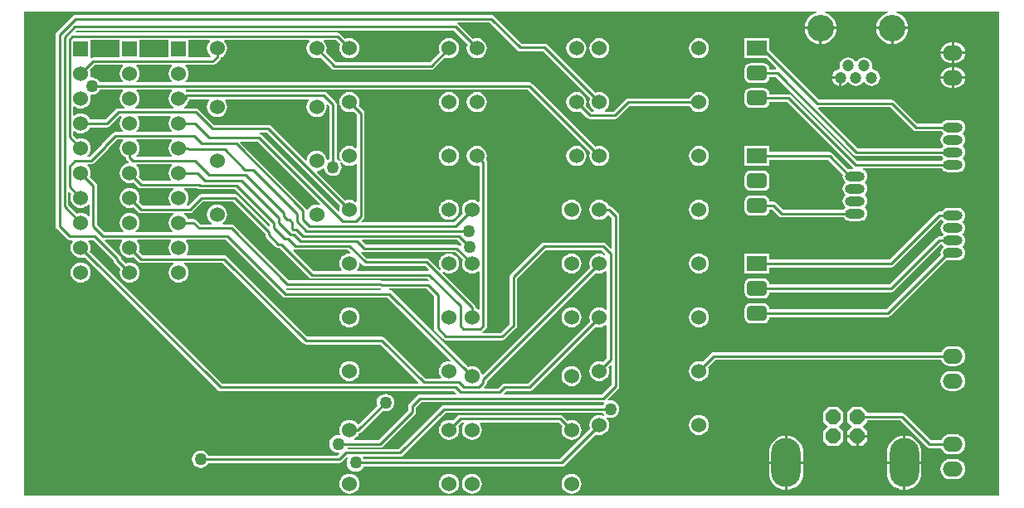
<source format=gbl>
G04 Layer_Physical_Order=2*
G04 Layer_Color=11436288*
%FSLAX24Y24*%
%MOIN*%
G70*
G01*
G75*
%ADD10C,0.0100*%
%ADD11O,0.1181X0.1969*%
%ADD12P,0.0639X8X22.5*%
%ADD13O,0.0800X0.0600*%
%ADD14C,0.0472*%
%ADD15C,0.1070*%
%ADD16C,0.0600*%
%ADD17R,0.0600X0.0600*%
G04:AMPARAMS|DCode=18|XSize=60mil|YSize=80mil|CornerRadius=15mil|HoleSize=0mil|Usage=FLASHONLY|Rotation=270.000|XOffset=0mil|YOffset=0mil|HoleType=Round|Shape=RoundedRectangle|*
%AMROUNDEDRECTD18*
21,1,0.0600,0.0500,0,0,270.0*
21,1,0.0300,0.0800,0,0,270.0*
1,1,0.0300,-0.0250,-0.0150*
1,1,0.0300,-0.0250,0.0150*
1,1,0.0300,0.0250,0.0150*
1,1,0.0300,0.0250,-0.0150*
%
%ADD18ROUNDEDRECTD18*%
%ADD19R,0.0800X0.0600*%
%ADD20O,0.0787X0.0394*%
%ADD21C,0.0500*%
G36*
X49110Y9945D02*
X9945D01*
Y29425D01*
X41763D01*
X41770Y29375D01*
X41685Y29349D01*
X41575Y29290D01*
X41478Y29211D01*
X41399Y29114D01*
X41340Y29004D01*
X41303Y28884D01*
X41296Y28810D01*
X42562D01*
X42555Y28884D01*
X42519Y29004D01*
X42460Y29114D01*
X42380Y29211D01*
X42284Y29290D01*
X42173Y29349D01*
X42088Y29375D01*
X42095Y29425D01*
X44637D01*
X44644Y29375D01*
X44559Y29349D01*
X44449Y29290D01*
X44352Y29211D01*
X44273Y29114D01*
X44214Y29004D01*
X44177Y28884D01*
X44170Y28810D01*
X45436D01*
X45429Y28884D01*
X45393Y29004D01*
X45334Y29114D01*
X45254Y29211D01*
X45158Y29290D01*
X45047Y29349D01*
X44962Y29375D01*
X44969Y29425D01*
X49110D01*
Y9945D01*
D02*
G37*
%LPC*%
G36*
X37039Y17529D02*
X36935Y17516D01*
X36838Y17475D01*
X36754Y17411D01*
X36690Y17328D01*
X36650Y17230D01*
X36636Y17126D01*
X36650Y17022D01*
X36690Y16924D01*
X36754Y16841D01*
X36838Y16777D01*
X36935Y16736D01*
X37039Y16723D01*
X37144Y16736D01*
X37241Y16777D01*
X37325Y16841D01*
X37389Y16924D01*
X37429Y17022D01*
X37443Y17126D01*
X37429Y17230D01*
X37389Y17328D01*
X37325Y17411D01*
X37241Y17475D01*
X37144Y17516D01*
X37039Y17529D01*
D02*
G37*
G36*
X12205Y19329D02*
X12100Y19315D01*
X12003Y19275D01*
X11919Y19210D01*
X11855Y19127D01*
X11815Y19030D01*
X11801Y18925D01*
X11815Y18821D01*
X11855Y18723D01*
X11919Y18640D01*
X12003Y18576D01*
X12100Y18535D01*
X12205Y18522D01*
X12309Y18535D01*
X12406Y18576D01*
X12490Y18640D01*
X12554Y18723D01*
X12594Y18821D01*
X12608Y18925D01*
X12594Y19030D01*
X12554Y19127D01*
X12490Y19210D01*
X12406Y19275D01*
X12309Y19315D01*
X12205Y19329D01*
D02*
G37*
G36*
X37039Y19695D02*
X36935Y19681D01*
X36838Y19641D01*
X36754Y19577D01*
X36690Y19493D01*
X36650Y19396D01*
X36636Y19291D01*
X36650Y19187D01*
X36690Y19090D01*
X36754Y19006D01*
X36838Y18942D01*
X36935Y18902D01*
X37039Y18888D01*
X37144Y18902D01*
X37241Y18942D01*
X37325Y19006D01*
X37389Y19090D01*
X37429Y19187D01*
X37443Y19291D01*
X37429Y19396D01*
X37389Y19493D01*
X37325Y19577D01*
X37241Y19641D01*
X37144Y19681D01*
X37039Y19695D01*
D02*
G37*
G36*
X47344Y15970D02*
X47144D01*
X47040Y15957D01*
X46942Y15916D01*
X46859Y15852D01*
X46795Y15769D01*
X46774Y15720D01*
X37646D01*
X37597Y15710D01*
X37587Y15708D01*
X37538Y15675D01*
X37193Y15330D01*
X37144Y15350D01*
X37039Y15364D01*
X36935Y15350D01*
X36838Y15310D01*
X36754Y15246D01*
X36690Y15162D01*
X36650Y15065D01*
X36636Y14961D01*
X36650Y14856D01*
X36690Y14759D01*
X36754Y14675D01*
X36838Y14611D01*
X36935Y14571D01*
X37039Y14557D01*
X37144Y14571D01*
X37241Y14611D01*
X37325Y14675D01*
X37389Y14759D01*
X37429Y14856D01*
X37443Y14961D01*
X37429Y15065D01*
X37409Y15114D01*
X37709Y15414D01*
X46774D01*
X46795Y15365D01*
X46859Y15282D01*
X46942Y15218D01*
X47040Y15177D01*
X47144Y15163D01*
X47344D01*
X47449Y15177D01*
X47546Y15218D01*
X47629Y15282D01*
X47694Y15365D01*
X47734Y15462D01*
X47748Y15567D01*
X47734Y15671D01*
X47694Y15769D01*
X47629Y15852D01*
X47546Y15916D01*
X47449Y15957D01*
X47344Y15970D01*
D02*
G37*
G36*
X43801Y12294D02*
X43456D01*
Y11949D01*
X43603D01*
X43801Y12147D01*
Y12294D01*
D02*
G37*
G36*
X37039Y13199D02*
X36935Y13185D01*
X36838Y13145D01*
X36754Y13081D01*
X36690Y12997D01*
X36650Y12900D01*
X36636Y12795D01*
X36650Y12691D01*
X36690Y12594D01*
X36754Y12510D01*
X36838Y12446D01*
X36935Y12406D01*
X37039Y12392D01*
X37144Y12406D01*
X37241Y12446D01*
X37325Y12510D01*
X37389Y12594D01*
X37429Y12691D01*
X37443Y12795D01*
X37429Y12900D01*
X37389Y12997D01*
X37325Y13081D01*
X37241Y13145D01*
X37144Y13185D01*
X37039Y13199D01*
D02*
G37*
G36*
X47344Y14970D02*
X47144D01*
X47040Y14957D01*
X46942Y14916D01*
X46859Y14852D01*
X46795Y14769D01*
X46754Y14671D01*
X46741Y14567D01*
X46754Y14462D01*
X46795Y14365D01*
X46859Y14282D01*
X46942Y14218D01*
X47040Y14177D01*
X47144Y14163D01*
X47344D01*
X47449Y14177D01*
X47546Y14218D01*
X47629Y14282D01*
X47694Y14365D01*
X47734Y14462D01*
X47748Y14567D01*
X47734Y14671D01*
X47694Y14769D01*
X47629Y14852D01*
X47546Y14916D01*
X47449Y14957D01*
X47344Y14970D01*
D02*
G37*
G36*
X47441Y21522D02*
X47047D01*
X46970Y21512D01*
X46898Y21482D01*
X46836Y21434D01*
X46790Y21375D01*
X46700D01*
X46641Y21364D01*
X46592Y21331D01*
X44706Y19444D01*
X39870D01*
Y19691D01*
X38870D01*
Y18891D01*
X39870D01*
Y19138D01*
X44769D01*
X44827Y19150D01*
X44877Y19183D01*
X46747Y21053D01*
X46805Y21050D01*
X46836Y21011D01*
X46853Y20997D01*
Y20947D01*
X46836Y20934D01*
X46788Y20872D01*
X46758Y20800D01*
X46748Y20722D01*
X46758Y20645D01*
X46788Y20573D01*
X46836Y20511D01*
X46853Y20497D01*
Y20447D01*
X46836Y20434D01*
X46790Y20375D01*
X46700D01*
X46641Y20364D01*
X46592Y20331D01*
X44706Y18444D01*
X39874D01*
X39856Y18539D01*
X39800Y18622D01*
X39718Y18677D01*
X39620Y18696D01*
X39120D01*
X39023Y18677D01*
X38940Y18622D01*
X38885Y18539D01*
X38865Y18441D01*
Y18141D01*
X38885Y18044D01*
X38940Y17961D01*
X39023Y17906D01*
X39120Y17886D01*
X39620D01*
X39718Y17906D01*
X39800Y17961D01*
X39856Y18044D01*
X39874Y18138D01*
X44769D01*
X44827Y18150D01*
X44877Y18183D01*
X46747Y20053D01*
X46805Y20050D01*
X46836Y20011D01*
X46853Y19997D01*
Y19947D01*
X46836Y19934D01*
X46788Y19872D01*
X46758Y19800D01*
X46748Y19722D01*
X46758Y19647D01*
X44556Y17444D01*
X39874D01*
X39856Y17539D01*
X39800Y17622D01*
X39718Y17677D01*
X39620Y17696D01*
X39120D01*
X39023Y17677D01*
X38940Y17622D01*
X38885Y17539D01*
X38865Y17441D01*
Y17141D01*
X38885Y17044D01*
X38940Y16961D01*
X39023Y16906D01*
X39120Y16886D01*
X39620D01*
X39718Y16906D01*
X39800Y16961D01*
X39856Y17044D01*
X39874Y17138D01*
X44619D01*
X44677Y17150D01*
X44727Y17183D01*
X46976Y19432D01*
X47047Y19423D01*
X47441D01*
X47518Y19433D01*
X47591Y19463D01*
X47653Y19511D01*
X47700Y19573D01*
X47730Y19645D01*
X47740Y19722D01*
X47730Y19800D01*
X47700Y19872D01*
X47653Y19934D01*
X47635Y19947D01*
Y19997D01*
X47653Y20011D01*
X47700Y20073D01*
X47730Y20145D01*
X47740Y20222D01*
X47730Y20300D01*
X47700Y20372D01*
X47653Y20434D01*
X47635Y20447D01*
Y20497D01*
X47653Y20511D01*
X47700Y20573D01*
X47730Y20645D01*
X47740Y20722D01*
X47730Y20800D01*
X47700Y20872D01*
X47653Y20934D01*
X47635Y20947D01*
Y20997D01*
X47653Y21011D01*
X47700Y21073D01*
X47730Y21145D01*
X47740Y21222D01*
X47730Y21300D01*
X47700Y21372D01*
X47653Y21434D01*
X47591Y21482D01*
X47518Y21512D01*
X47441Y21522D01*
D02*
G37*
G36*
X27000Y24025D02*
X26896Y24012D01*
X26798Y23971D01*
X26715Y23907D01*
X26651Y23824D01*
X26610Y23726D01*
X26597Y23622D01*
X26610Y23518D01*
X26651Y23420D01*
X26715Y23337D01*
X26798Y23273D01*
X26896Y23232D01*
X27000Y23219D01*
X27104Y23232D01*
X27202Y23273D01*
X27285Y23337D01*
X27349Y23420D01*
X27390Y23518D01*
X27403Y23622D01*
X27390Y23726D01*
X27349Y23824D01*
X27285Y23907D01*
X27202Y23971D01*
X27104Y24012D01*
X27000Y24025D01*
D02*
G37*
G36*
X32118D02*
X32014Y24012D01*
X31916Y23971D01*
X31833Y23907D01*
X31769Y23824D01*
X31728Y23726D01*
X31715Y23622D01*
X31728Y23518D01*
X31769Y23420D01*
X31833Y23337D01*
X31916Y23273D01*
X32014Y23232D01*
X32118Y23219D01*
X32223Y23232D01*
X32320Y23273D01*
X32403Y23337D01*
X32468Y23420D01*
X32508Y23518D01*
X32522Y23622D01*
X32508Y23726D01*
X32468Y23824D01*
X32403Y23907D01*
X32320Y23971D01*
X32223Y24012D01*
X32118Y24025D01*
D02*
G37*
G36*
X37039Y24026D02*
X36935Y24012D01*
X36838Y23971D01*
X36754Y23907D01*
X36690Y23824D01*
X36650Y23726D01*
X36636Y23622D01*
X36650Y23518D01*
X36690Y23420D01*
X36754Y23337D01*
X36838Y23273D01*
X36935Y23232D01*
X37039Y23219D01*
X37144Y23232D01*
X37241Y23273D01*
X37325Y23337D01*
X37389Y23420D01*
X37429Y23518D01*
X37443Y23622D01*
X37429Y23726D01*
X37389Y23824D01*
X37325Y23907D01*
X37241Y23971D01*
X37144Y24012D01*
X37039Y24026D01*
D02*
G37*
G36*
X39620Y23027D02*
X39120D01*
X39023Y23008D01*
X38940Y22952D01*
X38885Y22870D01*
X38865Y22772D01*
Y22472D01*
X38885Y22374D01*
X38940Y22292D01*
X39023Y22237D01*
X39120Y22217D01*
X39620D01*
X39718Y22237D01*
X39800Y22292D01*
X39856Y22374D01*
X39875Y22472D01*
Y22772D01*
X39856Y22870D01*
X39800Y22952D01*
X39718Y23008D01*
X39620Y23027D01*
D02*
G37*
G36*
X27000Y21860D02*
X26896Y21846D01*
X26798Y21806D01*
X26715Y21742D01*
X26651Y21658D01*
X26610Y21561D01*
X26597Y21457D01*
X26610Y21352D01*
X26651Y21255D01*
X26715Y21171D01*
X26798Y21107D01*
X26896Y21067D01*
X27000Y21053D01*
X27104Y21067D01*
X27202Y21107D01*
X27285Y21171D01*
X27349Y21255D01*
X27390Y21352D01*
X27403Y21457D01*
X27390Y21561D01*
X27349Y21658D01*
X27285Y21742D01*
X27202Y21806D01*
X27104Y21846D01*
X27000Y21860D01*
D02*
G37*
G36*
X31921D02*
X31817Y21846D01*
X31720Y21806D01*
X31636Y21742D01*
X31572Y21658D01*
X31532Y21561D01*
X31518Y21457D01*
X31532Y21352D01*
X31572Y21255D01*
X31636Y21171D01*
X31720Y21107D01*
X31817Y21067D01*
X31921Y21053D01*
X32026Y21067D01*
X32123Y21107D01*
X32207Y21171D01*
X32271Y21255D01*
X32311Y21352D01*
X32325Y21457D01*
X32311Y21561D01*
X32271Y21658D01*
X32207Y21742D01*
X32123Y21806D01*
X32026Y21846D01*
X31921Y21860D01*
D02*
G37*
G36*
X37039D02*
X36935Y21846D01*
X36838Y21806D01*
X36754Y21742D01*
X36690Y21658D01*
X36650Y21561D01*
X36636Y21457D01*
X36650Y21352D01*
X36690Y21255D01*
X36754Y21171D01*
X36838Y21107D01*
X36935Y21067D01*
X37039Y21053D01*
X37144Y21067D01*
X37241Y21107D01*
X37325Y21171D01*
X37389Y21255D01*
X37429Y21352D01*
X37443Y21457D01*
X37429Y21561D01*
X37389Y21658D01*
X37325Y21742D01*
X37241Y21806D01*
X37144Y21846D01*
X37039Y21860D01*
D02*
G37*
G36*
X43356Y12294D02*
X43010D01*
Y12147D01*
X43208Y11949D01*
X43356D01*
Y12294D01*
D02*
G37*
G36*
X40493Y11228D02*
X39849D01*
Y10884D01*
X39863Y10748D01*
X39902Y10618D01*
X39966Y10498D01*
X40053Y10393D01*
X40158Y10307D01*
X40278Y10243D01*
X40408Y10203D01*
X40493Y10195D01*
Y11228D01*
D02*
G37*
G36*
X41237D02*
X40593D01*
Y10195D01*
X40679Y10203D01*
X40809Y10243D01*
X40929Y10307D01*
X41034Y10393D01*
X41120Y10498D01*
X41184Y10618D01*
X41224Y10748D01*
X41237Y10884D01*
Y11228D01*
D02*
G37*
G36*
X45233D02*
X44590D01*
Y10884D01*
X44603Y10748D01*
X44642Y10618D01*
X44707Y10498D01*
X44793Y10393D01*
X44898Y10307D01*
X45018Y10243D01*
X45148Y10203D01*
X45233Y10195D01*
Y11228D01*
D02*
G37*
G36*
X31921Y10837D02*
X31817Y10823D01*
X31720Y10782D01*
X31636Y10718D01*
X31572Y10635D01*
X31532Y10538D01*
X31518Y10433D01*
X31532Y10329D01*
X31572Y10231D01*
X31636Y10148D01*
X31720Y10084D01*
X31817Y10043D01*
X31921Y10030D01*
X32026Y10043D01*
X32123Y10084D01*
X32207Y10148D01*
X32271Y10231D01*
X32311Y10329D01*
X32325Y10433D01*
X32311Y10538D01*
X32271Y10635D01*
X32207Y10718D01*
X32123Y10782D01*
X32026Y10823D01*
X31921Y10837D01*
D02*
G37*
G36*
X23000D02*
X22896Y10823D01*
X22798Y10782D01*
X22715Y10718D01*
X22651Y10635D01*
X22610Y10538D01*
X22597Y10433D01*
X22610Y10329D01*
X22651Y10231D01*
X22715Y10148D01*
X22798Y10084D01*
X22896Y10043D01*
X23000Y10030D01*
X23104Y10043D01*
X23202Y10084D01*
X23285Y10148D01*
X23349Y10231D01*
X23390Y10329D01*
X23403Y10433D01*
X23390Y10538D01*
X23349Y10635D01*
X23285Y10718D01*
X23202Y10782D01*
X23104Y10823D01*
X23000Y10837D01*
D02*
G37*
G36*
X27000D02*
X26896Y10823D01*
X26798Y10782D01*
X26715Y10718D01*
X26651Y10635D01*
X26610Y10538D01*
X26597Y10433D01*
X26610Y10329D01*
X26651Y10231D01*
X26715Y10148D01*
X26798Y10084D01*
X26896Y10043D01*
X27000Y10030D01*
X27104Y10043D01*
X27202Y10084D01*
X27285Y10148D01*
X27349Y10231D01*
X27390Y10329D01*
X27403Y10433D01*
X27390Y10538D01*
X27349Y10635D01*
X27285Y10718D01*
X27202Y10782D01*
X27104Y10823D01*
X27000Y10837D01*
D02*
G37*
G36*
X27921D02*
X27817Y10823D01*
X27720Y10782D01*
X27636Y10718D01*
X27572Y10635D01*
X27532Y10538D01*
X27518Y10433D01*
X27532Y10329D01*
X27572Y10231D01*
X27636Y10148D01*
X27720Y10084D01*
X27817Y10043D01*
X27921Y10030D01*
X28026Y10043D01*
X28123Y10084D01*
X28207Y10148D01*
X28271Y10231D01*
X28311Y10329D01*
X28325Y10433D01*
X28311Y10538D01*
X28271Y10635D01*
X28207Y10718D01*
X28123Y10782D01*
X28026Y10823D01*
X27921Y10837D01*
D02*
G37*
G36*
X45977Y11228D02*
X45333D01*
Y10195D01*
X45419Y10203D01*
X45549Y10243D01*
X45669Y10307D01*
X45774Y10393D01*
X45860Y10498D01*
X45925Y10618D01*
X45964Y10748D01*
X45977Y10884D01*
Y11228D01*
D02*
G37*
G36*
X45333Y12360D02*
Y11328D01*
X45977D01*
Y11671D01*
X45964Y11807D01*
X45925Y11937D01*
X45860Y12057D01*
X45774Y12162D01*
X45669Y12248D01*
X45549Y12312D01*
X45419Y12352D01*
X45333Y12360D01*
D02*
G37*
G36*
X43603Y13527D02*
X43208D01*
X43010Y13330D01*
Y12934D01*
X43206Y12738D01*
X43010Y12542D01*
Y12394D01*
X43801D01*
Y12542D01*
X43605Y12738D01*
X43801Y12934D01*
Y12979D01*
X45128D01*
X46192Y11915D01*
X46241Y11882D01*
X46300Y11871D01*
X46774D01*
X46795Y11822D01*
X46859Y11738D01*
X46942Y11674D01*
X47040Y11634D01*
X47144Y11620D01*
X47344D01*
X47449Y11634D01*
X47546Y11674D01*
X47629Y11738D01*
X47694Y11822D01*
X47734Y11919D01*
X47748Y12024D01*
X47734Y12128D01*
X47694Y12225D01*
X47629Y12309D01*
X47546Y12373D01*
X47449Y12413D01*
X47344Y12427D01*
X47144D01*
X47040Y12413D01*
X46942Y12373D01*
X46859Y12309D01*
X46795Y12225D01*
X46774Y12177D01*
X46363D01*
X45300Y13240D01*
X45250Y13273D01*
X45192Y13285D01*
X43801D01*
Y13330D01*
X43603Y13527D01*
D02*
G37*
G36*
X42619D02*
X42224D01*
X42026Y13330D01*
Y12934D01*
X42222Y12738D01*
X42026Y12542D01*
Y12147D01*
X42224Y11949D01*
X42619D01*
X42817Y12147D01*
Y12542D01*
X42620Y12738D01*
X42817Y12934D01*
Y13330D01*
X42619Y13527D01*
D02*
G37*
G36*
X45233Y12360D02*
X45148Y12352D01*
X45018Y12312D01*
X44898Y12248D01*
X44793Y12162D01*
X44707Y12057D01*
X44642Y11937D01*
X44603Y11807D01*
X44590Y11671D01*
Y11328D01*
X45233D01*
Y12360D01*
D02*
G37*
G36*
X47344Y11427D02*
X47144D01*
X47040Y11413D01*
X46942Y11373D01*
X46859Y11309D01*
X46795Y11225D01*
X46754Y11128D01*
X46741Y11024D01*
X46754Y10919D01*
X46795Y10822D01*
X46859Y10738D01*
X46942Y10674D01*
X47040Y10634D01*
X47144Y10620D01*
X47344D01*
X47449Y10634D01*
X47546Y10674D01*
X47629Y10738D01*
X47694Y10822D01*
X47734Y10919D01*
X47748Y11024D01*
X47734Y11128D01*
X47694Y11225D01*
X47629Y11309D01*
X47546Y11373D01*
X47449Y11413D01*
X47344Y11427D01*
D02*
G37*
G36*
X40493Y12360D02*
X40408Y12352D01*
X40278Y12312D01*
X40158Y12248D01*
X40053Y12162D01*
X39966Y12057D01*
X39902Y11937D01*
X39863Y11807D01*
X39849Y11671D01*
Y11328D01*
X40493D01*
Y12360D01*
D02*
G37*
G36*
X40593D02*
Y11328D01*
X41237D01*
Y11671D01*
X41224Y11807D01*
X41184Y11937D01*
X41120Y12057D01*
X41034Y12162D01*
X40929Y12248D01*
X40809Y12312D01*
X40679Y12352D01*
X40593Y12360D01*
D02*
G37*
G36*
X43661Y27583D02*
X43574Y27572D01*
X43492Y27538D01*
X43422Y27484D01*
X43375Y27423D01*
X43351Y27419D01*
X43342D01*
X43318Y27423D01*
X43271Y27484D01*
X43201Y27538D01*
X43119Y27572D01*
X43032Y27583D01*
X42944Y27572D01*
X42862Y27538D01*
X42792Y27484D01*
X42738Y27414D01*
X42704Y27332D01*
X42692Y27244D01*
X42704Y27156D01*
X42671Y27105D01*
X42629Y27099D01*
X42547Y27065D01*
X42477Y27011D01*
X42423Y26941D01*
X42389Y26859D01*
X42384Y26822D01*
X42717D01*
Y26772D01*
X42767D01*
Y26439D01*
X42804Y26444D01*
X42886Y26478D01*
X42956Y26532D01*
X43003Y26592D01*
X43027Y26597D01*
X43036D01*
X43060Y26592D01*
X43107Y26532D01*
X43177Y26478D01*
X43259Y26444D01*
X43346Y26433D01*
X43434Y26444D01*
X43516Y26478D01*
X43586Y26532D01*
X43633Y26592D01*
X43657Y26597D01*
X43666D01*
X43690Y26592D01*
X43737Y26532D01*
X43807Y26478D01*
X43889Y26444D01*
X43976Y26433D01*
X44064Y26444D01*
X44146Y26478D01*
X44216Y26532D01*
X44270Y26602D01*
X44304Y26684D01*
X44316Y26772D01*
X44304Y26859D01*
X44270Y26941D01*
X44216Y27011D01*
X44146Y27065D01*
X44064Y27099D01*
X44022Y27105D01*
X43989Y27156D01*
X44001Y27244D01*
X43989Y27332D01*
X43955Y27414D01*
X43901Y27484D01*
X43831Y27538D01*
X43749Y27572D01*
X43661Y27583D01*
D02*
G37*
G36*
X47741Y27722D02*
X47294D01*
Y27368D01*
X47344D01*
X47449Y27382D01*
X47546Y27422D01*
X47629Y27486D01*
X47694Y27570D01*
X47734Y27667D01*
X47741Y27722D01*
D02*
G37*
G36*
X47194D02*
X46747D01*
X46754Y27667D01*
X46795Y27570D01*
X46859Y27486D01*
X46942Y27422D01*
X47040Y27382D01*
X47144Y27368D01*
X47194D01*
Y27722D01*
D02*
G37*
G36*
X28118Y26191D02*
X28014Y26177D01*
X27916Y26137D01*
X27833Y26073D01*
X27769Y25989D01*
X27728Y25892D01*
X27715Y25787D01*
X27728Y25683D01*
X27769Y25586D01*
X27833Y25502D01*
X27916Y25438D01*
X28014Y25398D01*
X28118Y25384D01*
X28223Y25398D01*
X28320Y25438D01*
X28403Y25502D01*
X28468Y25586D01*
X28508Y25683D01*
X28522Y25787D01*
X28508Y25892D01*
X28468Y25989D01*
X28403Y26073D01*
X28320Y26137D01*
X28223Y26177D01*
X28118Y26191D01*
D02*
G37*
G36*
X28690Y29293D02*
X12000D01*
X11941Y29281D01*
X11892Y29248D01*
X11242Y28598D01*
X11209Y28549D01*
X11197Y28490D01*
Y20800D01*
X11209Y20741D01*
X11242Y20692D01*
X11652Y20282D01*
X11701Y20249D01*
X11760Y20237D01*
X11877D01*
X11901Y20187D01*
X11855Y20127D01*
X11815Y20030D01*
X11801Y19925D01*
X11815Y19821D01*
X11855Y19723D01*
X11919Y19640D01*
X12003Y19576D01*
X12100Y19535D01*
X12205Y19522D01*
X12309Y19535D01*
X12358Y19556D01*
X17712Y14202D01*
X17761Y14169D01*
X17820Y14157D01*
X27208D01*
X27296Y14069D01*
X27277Y14023D01*
X25826D01*
X25768Y14011D01*
X25718Y13978D01*
X25408Y13668D01*
X25374Y13618D01*
X25363Y13559D01*
Y13379D01*
X24177Y12193D01*
X23197D01*
X23187Y12243D01*
X23202Y12249D01*
X23285Y12313D01*
X23349Y12397D01*
X23372Y12450D01*
X23407Y12457D01*
X23457Y12490D01*
X24335Y13369D01*
X24359Y13359D01*
X24450Y13347D01*
X24541Y13359D01*
X24627Y13394D01*
X24700Y13450D01*
X24756Y13523D01*
X24791Y13609D01*
X24803Y13700D01*
X24791Y13791D01*
X24756Y13877D01*
X24700Y13950D01*
X24627Y14006D01*
X24541Y14041D01*
X24450Y14053D01*
X24359Y14041D01*
X24273Y14006D01*
X24200Y13950D01*
X24144Y13877D01*
X24109Y13791D01*
X24097Y13700D01*
X24109Y13609D01*
X24119Y13585D01*
X23369Y12836D01*
X23320Y12839D01*
X23285Y12884D01*
X23202Y12948D01*
X23104Y12988D01*
X23000Y13002D01*
X22896Y12988D01*
X22798Y12948D01*
X22715Y12884D01*
X22651Y12800D01*
X22610Y12703D01*
X22597Y12598D01*
X22610Y12494D01*
X22636Y12432D01*
X22601Y12386D01*
X22550Y12393D01*
X22459Y12381D01*
X22373Y12346D01*
X22300Y12290D01*
X22244Y12217D01*
X22209Y12131D01*
X22197Y12040D01*
X22209Y11949D01*
X22244Y11863D01*
X22300Y11790D01*
X22373Y11734D01*
X22459Y11699D01*
X22550Y11687D01*
X22573Y11690D01*
X22596Y11643D01*
X22527Y11573D01*
X17345D01*
X17336Y11597D01*
X17280Y11670D01*
X17207Y11726D01*
X17121Y11761D01*
X17030Y11773D01*
X16939Y11761D01*
X16853Y11726D01*
X16780Y11670D01*
X16724Y11597D01*
X16689Y11511D01*
X16677Y11420D01*
X16689Y11329D01*
X16724Y11243D01*
X16780Y11170D01*
X16853Y11114D01*
X16939Y11079D01*
X17030Y11067D01*
X17121Y11079D01*
X17207Y11114D01*
X17280Y11170D01*
X17336Y11243D01*
X17345Y11267D01*
X22590D01*
X22649Y11279D01*
X22698Y11312D01*
X22897Y11510D01*
X22920Y11507D01*
X22944Y11457D01*
X22909Y11371D01*
X22897Y11280D01*
X22909Y11189D01*
X22944Y11103D01*
X23000Y11030D01*
X23073Y10974D01*
X23159Y10939D01*
X23250Y10927D01*
X23341Y10939D01*
X23427Y10974D01*
X23500Y11030D01*
X23556Y11103D01*
X23565Y11127D01*
X31524D01*
X31583Y11139D01*
X31632Y11172D01*
X32886Y12426D01*
X32935Y12406D01*
X33039Y12392D01*
X33144Y12406D01*
X33241Y12446D01*
X33325Y12510D01*
X33389Y12594D01*
X33429Y12691D01*
X33443Y12795D01*
X33429Y12900D01*
X33389Y12997D01*
X33330Y13073D01*
X33342Y13099D01*
X33358Y13116D01*
X33399Y13099D01*
X33490Y13087D01*
X33581Y13099D01*
X33667Y13134D01*
X33740Y13190D01*
X33796Y13263D01*
X33831Y13349D01*
X33843Y13440D01*
X33831Y13531D01*
X33796Y13617D01*
X33740Y13690D01*
X33667Y13746D01*
X33581Y13781D01*
X33490Y13793D01*
X33399Y13781D01*
X33398Y13781D01*
X33369Y13823D01*
X33798Y14252D01*
X33831Y14301D01*
X33843Y14360D01*
Y21200D01*
X33831Y21259D01*
X33798Y21308D01*
X33541Y21565D01*
X33492Y21598D01*
X33433Y21610D01*
X33409D01*
X33389Y21658D01*
X33325Y21742D01*
X33241Y21806D01*
X33144Y21846D01*
X33039Y21860D01*
X32935Y21846D01*
X32838Y21806D01*
X32754Y21742D01*
X32690Y21658D01*
X32650Y21561D01*
X32636Y21457D01*
X32650Y21352D01*
X32690Y21255D01*
X32754Y21171D01*
X32838Y21107D01*
X32935Y21067D01*
X33039Y21053D01*
X33144Y21067D01*
X33241Y21107D01*
X33325Y21171D01*
X33371Y21232D01*
X33433Y21241D01*
X33537Y21137D01*
Y19925D01*
X33491Y19905D01*
X33308Y20088D01*
X33259Y20121D01*
X33200Y20133D01*
X30820D01*
X30761Y20121D01*
X30712Y20088D01*
X29482Y18858D01*
X29449Y18809D01*
X29437Y18750D01*
Y16863D01*
X29077Y16503D01*
X28360D01*
X28345Y16553D01*
X28358Y16562D01*
X28488Y16692D01*
X28521Y16741D01*
X28533Y16800D01*
Y23360D01*
X28521Y23419D01*
X28488Y23468D01*
X28488Y23469D01*
X28508Y23518D01*
X28522Y23622D01*
X28508Y23726D01*
X28468Y23824D01*
X28403Y23907D01*
X28320Y23971D01*
X28223Y24012D01*
X28118Y24025D01*
X28014Y24012D01*
X27916Y23971D01*
X27833Y23907D01*
X27769Y23824D01*
X27728Y23726D01*
X27715Y23622D01*
X27728Y23518D01*
X27769Y23420D01*
X27833Y23337D01*
X27916Y23273D01*
X28014Y23232D01*
X28118Y23219D01*
X28177Y23226D01*
X28227Y23182D01*
Y21789D01*
X28177Y21765D01*
X28123Y21806D01*
X28026Y21846D01*
X27921Y21860D01*
X27817Y21846D01*
X27720Y21806D01*
X27636Y21742D01*
X27572Y21658D01*
X27532Y21561D01*
X27518Y21457D01*
X27532Y21352D01*
X27552Y21303D01*
X27201Y20953D01*
X23485D01*
X23465Y20999D01*
X23558Y21092D01*
X23591Y21141D01*
X23603Y21200D01*
Y25337D01*
X23591Y25396D01*
X23558Y25446D01*
X23370Y25634D01*
X23390Y25683D01*
X23403Y25787D01*
X23390Y25892D01*
X23349Y25989D01*
X23285Y26073D01*
X23202Y26137D01*
X23104Y26177D01*
X23000Y26191D01*
X22896Y26177D01*
X22798Y26137D01*
X22715Y26073D01*
X22651Y25989D01*
X22610Y25892D01*
X22597Y25787D01*
X22610Y25683D01*
X22651Y25586D01*
X22715Y25502D01*
X22798Y25438D01*
X22896Y25398D01*
X23000Y25384D01*
X23104Y25398D01*
X23153Y25418D01*
X23297Y25274D01*
Y23961D01*
X23247Y23937D01*
X23202Y23971D01*
X23104Y24012D01*
X23000Y24025D01*
X22896Y24012D01*
X22798Y23971D01*
X22715Y23907D01*
X22651Y23824D01*
X22610Y23726D01*
X22597Y23622D01*
X22610Y23518D01*
X22651Y23420D01*
X22610Y23393D01*
X22590Y23420D01*
X22517Y23476D01*
X22493Y23485D01*
Y25690D01*
X22481Y25749D01*
X22448Y25798D01*
X22088Y26158D01*
X22039Y26191D01*
X21980Y26203D01*
X16446D01*
X16425Y26227D01*
X16448Y26277D01*
X30168D01*
X32670Y23775D01*
X32650Y23726D01*
X32636Y23622D01*
X32650Y23518D01*
X32690Y23420D01*
X32754Y23337D01*
X32838Y23273D01*
X32935Y23232D01*
X33039Y23219D01*
X33144Y23232D01*
X33241Y23273D01*
X33325Y23337D01*
X33389Y23420D01*
X33429Y23518D01*
X33443Y23622D01*
X33429Y23726D01*
X33389Y23824D01*
X33325Y23907D01*
X33241Y23971D01*
X33144Y24012D01*
X33039Y24026D01*
X32935Y24012D01*
X32886Y23992D01*
X30340Y26538D01*
X30290Y26571D01*
X30231Y26583D01*
X16431D01*
X16414Y26630D01*
X16427Y26640D01*
X16491Y26723D01*
X16531Y26821D01*
X16545Y26925D01*
X16531Y27030D01*
X16491Y27127D01*
X16427Y27210D01*
X16405Y27227D01*
X16422Y27277D01*
X17515D01*
X17574Y27289D01*
X17623Y27322D01*
X17793Y27492D01*
X17826Y27541D01*
X17834Y27582D01*
X17887Y27603D01*
X17970Y27667D01*
X18034Y27751D01*
X18075Y27848D01*
X18088Y27953D01*
X18075Y28057D01*
X18034Y28154D01*
X17979Y28227D01*
X17995Y28277D01*
X21375D01*
X21391Y28227D01*
X21336Y28154D01*
X21295Y28057D01*
X21282Y27953D01*
X21295Y27848D01*
X21336Y27751D01*
X21400Y27667D01*
X21483Y27603D01*
X21581Y27563D01*
X21685Y27549D01*
X21789Y27563D01*
X21838Y27583D01*
X22290Y27132D01*
X22339Y27099D01*
X22398Y27087D01*
X26287D01*
X26346Y27099D01*
X26395Y27132D01*
X26847Y27583D01*
X26896Y27563D01*
X27000Y27549D01*
X27104Y27563D01*
X27202Y27603D01*
X27285Y27667D01*
X27349Y27751D01*
X27390Y27848D01*
X27403Y27953D01*
X27390Y28057D01*
X27349Y28154D01*
X27285Y28238D01*
X27202Y28302D01*
X27104Y28342D01*
X27000Y28356D01*
X26896Y28342D01*
X26798Y28302D01*
X26715Y28238D01*
X26651Y28154D01*
X26610Y28057D01*
X26597Y27953D01*
X26610Y27848D01*
X26630Y27800D01*
X26224Y27393D01*
X22461D01*
X22055Y27800D01*
X22075Y27848D01*
X22088Y27953D01*
X22075Y28057D01*
X22034Y28154D01*
X21979Y28227D01*
X21995Y28277D01*
X22459D01*
X22631Y28106D01*
X22610Y28057D01*
X22597Y27953D01*
X22610Y27848D01*
X22651Y27751D01*
X22715Y27667D01*
X22798Y27603D01*
X22896Y27563D01*
X23000Y27549D01*
X23104Y27563D01*
X23202Y27603D01*
X23285Y27667D01*
X23349Y27751D01*
X23390Y27848D01*
X23403Y27953D01*
X23390Y28057D01*
X23349Y28154D01*
X23285Y28238D01*
X23202Y28302D01*
X23104Y28342D01*
X23000Y28356D01*
X22896Y28342D01*
X22847Y28322D01*
X22631Y28538D01*
X22581Y28571D01*
X22523Y28583D01*
X12015D01*
X11995Y28629D01*
X12033Y28667D01*
X27188D01*
X27749Y28106D01*
X27728Y28057D01*
X27715Y27953D01*
X27728Y27848D01*
X27769Y27751D01*
X27833Y27667D01*
X27916Y27603D01*
X28014Y27563D01*
X28118Y27549D01*
X28223Y27563D01*
X28320Y27603D01*
X28403Y27667D01*
X28468Y27751D01*
X28508Y27848D01*
X28522Y27953D01*
X28508Y28057D01*
X28468Y28154D01*
X28403Y28238D01*
X28320Y28302D01*
X28223Y28342D01*
X28118Y28356D01*
X28014Y28342D01*
X27965Y28322D01*
X27359Y28928D01*
X27346Y28937D01*
X27361Y28987D01*
X28627D01*
X29742Y27872D01*
X29791Y27839D01*
X29850Y27827D01*
X30783D01*
X32670Y25941D01*
X32650Y25892D01*
X32636Y25787D01*
X32650Y25683D01*
X32690Y25586D01*
X32754Y25502D01*
X32818Y25453D01*
X32801Y25403D01*
X32719D01*
X32488Y25634D01*
X32508Y25683D01*
X32522Y25787D01*
X32508Y25892D01*
X32468Y25989D01*
X32403Y26073D01*
X32320Y26137D01*
X32223Y26177D01*
X32118Y26191D01*
X32014Y26177D01*
X31916Y26137D01*
X31833Y26073D01*
X31769Y25989D01*
X31728Y25892D01*
X31715Y25787D01*
X31728Y25683D01*
X31769Y25586D01*
X31833Y25502D01*
X31916Y25438D01*
X32014Y25398D01*
X32118Y25384D01*
X32223Y25398D01*
X32271Y25418D01*
X32547Y25142D01*
X32597Y25109D01*
X32656Y25097D01*
X33673D01*
X33731Y25109D01*
X33781Y25142D01*
X34273Y25634D01*
X36670D01*
X36690Y25586D01*
X36754Y25502D01*
X36838Y25438D01*
X36935Y25398D01*
X37039Y25384D01*
X37144Y25398D01*
X37241Y25438D01*
X37325Y25502D01*
X37389Y25586D01*
X37429Y25683D01*
X37443Y25787D01*
X37429Y25892D01*
X37389Y25989D01*
X37325Y26073D01*
X37241Y26137D01*
X37144Y26177D01*
X37039Y26191D01*
X36935Y26177D01*
X36838Y26137D01*
X36754Y26073D01*
X36690Y25989D01*
X36670Y25940D01*
X34210D01*
X34151Y25929D01*
X34102Y25896D01*
X33609Y25403D01*
X33278D01*
X33261Y25453D01*
X33325Y25502D01*
X33389Y25586D01*
X33429Y25683D01*
X33443Y25787D01*
X33429Y25892D01*
X33389Y25989D01*
X33325Y26073D01*
X33241Y26137D01*
X33144Y26177D01*
X33039Y26191D01*
X32935Y26177D01*
X32886Y26157D01*
X30955Y28088D01*
X30905Y28121D01*
X30847Y28133D01*
X29913D01*
X28798Y29248D01*
X28749Y29281D01*
X28690Y29293D01*
D02*
G37*
G36*
X32118Y28356D02*
X32014Y28342D01*
X31916Y28302D01*
X31833Y28238D01*
X31769Y28154D01*
X31728Y28057D01*
X31715Y27953D01*
X31728Y27848D01*
X31769Y27751D01*
X31833Y27667D01*
X31916Y27603D01*
X32014Y27563D01*
X32118Y27549D01*
X32223Y27563D01*
X32320Y27603D01*
X32403Y27667D01*
X32468Y27751D01*
X32508Y27848D01*
X32522Y27953D01*
X32508Y28057D01*
X32468Y28154D01*
X32403Y28238D01*
X32320Y28302D01*
X32223Y28342D01*
X32118Y28356D01*
D02*
G37*
G36*
X47194Y26722D02*
X46747D01*
X46754Y26667D01*
X46795Y26570D01*
X46859Y26486D01*
X46942Y26422D01*
X47040Y26382D01*
X47144Y26368D01*
X47194D01*
Y26722D01*
D02*
G37*
G36*
X47741D02*
X47294D01*
Y26368D01*
X47344D01*
X47449Y26382D01*
X47546Y26422D01*
X47629Y26486D01*
X47694Y26570D01*
X47734Y26667D01*
X47741Y26722D01*
D02*
G37*
G36*
X42667Y26722D02*
X42384D01*
X42389Y26684D01*
X42423Y26602D01*
X42477Y26532D01*
X42547Y26478D01*
X42629Y26444D01*
X42667Y26439D01*
Y26722D01*
D02*
G37*
G36*
X39870Y28353D02*
X38870D01*
Y27553D01*
X39751D01*
X40148Y27156D01*
X40127Y27106D01*
X39874D01*
X39856Y27200D01*
X39800Y27283D01*
X39718Y27338D01*
X39620Y27358D01*
X39120D01*
X39023Y27338D01*
X38940Y27283D01*
X38885Y27200D01*
X38865Y27103D01*
Y26803D01*
X38885Y26705D01*
X38940Y26623D01*
X39023Y26567D01*
X39120Y26548D01*
X39620D01*
X39718Y26567D01*
X39800Y26623D01*
X39856Y26705D01*
X39874Y26800D01*
X40124D01*
X43266Y23658D01*
X43316Y23624D01*
X43374Y23613D01*
X46790D01*
X46836Y23554D01*
X46853Y23541D01*
Y23491D01*
X46836Y23477D01*
X46790Y23419D01*
X43398D01*
X40755Y26061D01*
X40706Y26094D01*
X40647Y26106D01*
X39874D01*
X39856Y26200D01*
X39800Y26283D01*
X39718Y26338D01*
X39620Y26358D01*
X39120D01*
X39023Y26338D01*
X38940Y26283D01*
X38885Y26200D01*
X38865Y26103D01*
Y25803D01*
X38885Y25705D01*
X38940Y25623D01*
X39023Y25567D01*
X39120Y25548D01*
X39620D01*
X39718Y25567D01*
X39800Y25623D01*
X39856Y25705D01*
X39874Y25800D01*
X40584D01*
X43226Y23158D01*
X43242Y23147D01*
X43227Y23097D01*
X43110D01*
X43037Y23087D01*
X42393Y23730D01*
X42344Y23763D01*
X42285Y23775D01*
X39870D01*
Y24022D01*
X38870D01*
Y23222D01*
X39870D01*
Y23469D01*
X42222D01*
X42820Y22870D01*
X42811Y22797D01*
X42821Y22720D01*
X42851Y22648D01*
X42899Y22586D01*
X42916Y22572D01*
Y22522D01*
X42899Y22509D01*
X42851Y22447D01*
X42821Y22375D01*
X42811Y22297D01*
X42821Y22220D01*
X42851Y22148D01*
X42899Y22086D01*
X42916Y22072D01*
Y22022D01*
X42899Y22009D01*
X42851Y21947D01*
X42821Y21875D01*
X42811Y21797D01*
X42821Y21720D01*
X42851Y21648D01*
X42899Y21586D01*
X42916Y21572D01*
Y21522D01*
X42899Y21509D01*
X42853Y21450D01*
X40436D01*
X40156Y21730D01*
X40106Y21763D01*
X40048Y21775D01*
X39874D01*
X39856Y21870D01*
X39800Y21952D01*
X39718Y22008D01*
X39620Y22027D01*
X39120D01*
X39023Y22008D01*
X38940Y21952D01*
X38885Y21870D01*
X38865Y21772D01*
Y21472D01*
X38885Y21374D01*
X38940Y21292D01*
X39023Y21237D01*
X39120Y21217D01*
X39620D01*
X39718Y21237D01*
X39800Y21292D01*
X39856Y21374D01*
X39874Y21469D01*
X39985D01*
X40265Y21189D01*
X40314Y21156D01*
X40373Y21144D01*
X42853D01*
X42899Y21086D01*
X42961Y21038D01*
X43033Y21008D01*
X43110Y20998D01*
X43504D01*
X43581Y21008D01*
X43654Y21038D01*
X43716Y21086D01*
X43763Y21148D01*
X43793Y21220D01*
X43803Y21297D01*
X43793Y21375D01*
X43763Y21447D01*
X43716Y21509D01*
X43698Y21522D01*
Y21572D01*
X43716Y21586D01*
X43763Y21648D01*
X43793Y21720D01*
X43803Y21797D01*
X43793Y21875D01*
X43763Y21947D01*
X43716Y22009D01*
X43698Y22022D01*
Y22072D01*
X43716Y22086D01*
X43763Y22148D01*
X43793Y22220D01*
X43803Y22297D01*
X43793Y22375D01*
X43763Y22447D01*
X43716Y22509D01*
X43698Y22522D01*
Y22572D01*
X43716Y22586D01*
X43763Y22648D01*
X43793Y22720D01*
X43803Y22797D01*
X43793Y22875D01*
X43763Y22947D01*
X43716Y23009D01*
X43654Y23057D01*
X43639Y23063D01*
X43648Y23113D01*
X46790D01*
X46836Y23054D01*
X46898Y23006D01*
X46970Y22977D01*
X47047Y22966D01*
X47441D01*
X47518Y22977D01*
X47591Y23006D01*
X47653Y23054D01*
X47700Y23116D01*
X47730Y23188D01*
X47740Y23266D01*
X47730Y23343D01*
X47700Y23415D01*
X47653Y23477D01*
X47635Y23491D01*
Y23541D01*
X47653Y23554D01*
X47700Y23616D01*
X47730Y23688D01*
X47740Y23766D01*
X47730Y23843D01*
X47700Y23915D01*
X47653Y23977D01*
X47635Y23991D01*
Y24041D01*
X47653Y24054D01*
X47700Y24116D01*
X47730Y24188D01*
X47740Y24266D01*
X47730Y24343D01*
X47700Y24415D01*
X47653Y24477D01*
X47635Y24491D01*
Y24541D01*
X47653Y24554D01*
X47700Y24616D01*
X47730Y24688D01*
X47740Y24766D01*
X47730Y24843D01*
X47700Y24915D01*
X47653Y24977D01*
X47591Y25025D01*
X47518Y25055D01*
X47441Y25065D01*
X47047D01*
X46970Y25055D01*
X46898Y25025D01*
X46836Y24977D01*
X46790Y24919D01*
X45813D01*
X44894Y25838D01*
X44844Y25871D01*
X44786Y25883D01*
X41853D01*
X39870Y27866D01*
Y28353D01*
D02*
G37*
G36*
X47344Y27175D02*
X47294D01*
Y26822D01*
X47741D01*
X47734Y26876D01*
X47694Y26973D01*
X47629Y27057D01*
X47546Y27121D01*
X47449Y27161D01*
X47344Y27175D01*
D02*
G37*
G36*
X47194D02*
X47144D01*
X47040Y27161D01*
X46942Y27121D01*
X46859Y27057D01*
X46795Y26973D01*
X46754Y26876D01*
X46747Y26822D01*
X47194D01*
Y27175D01*
D02*
G37*
G36*
X41879Y28710D02*
X41296D01*
X41303Y28635D01*
X41340Y28516D01*
X41399Y28405D01*
X41478Y28309D01*
X41575Y28229D01*
X41685Y28170D01*
X41805Y28134D01*
X41879Y28127D01*
Y28710D01*
D02*
G37*
G36*
X47344Y28175D02*
X47294D01*
Y27822D01*
X47741D01*
X47734Y27876D01*
X47694Y27973D01*
X47629Y28057D01*
X47546Y28121D01*
X47449Y28161D01*
X47344Y28175D01*
D02*
G37*
G36*
X47194D02*
X47144D01*
X47040Y28161D01*
X46942Y28121D01*
X46859Y28057D01*
X46795Y27973D01*
X46754Y27876D01*
X46747Y27822D01*
X47194D01*
Y28175D01*
D02*
G37*
G36*
X45436Y28710D02*
X44853D01*
Y28127D01*
X44928Y28134D01*
X45047Y28170D01*
X45158Y28229D01*
X45254Y28309D01*
X45334Y28405D01*
X45393Y28516D01*
X45429Y28635D01*
X45436Y28710D01*
D02*
G37*
G36*
X44753D02*
X44170D01*
X44177Y28635D01*
X44214Y28516D01*
X44273Y28405D01*
X44352Y28309D01*
X44449Y28229D01*
X44559Y28170D01*
X44679Y28134D01*
X44753Y28127D01*
Y28710D01*
D02*
G37*
G36*
X42562D02*
X41979D01*
Y28127D01*
X42054Y28134D01*
X42173Y28170D01*
X42284Y28229D01*
X42380Y28309D01*
X42460Y28405D01*
X42519Y28516D01*
X42555Y28635D01*
X42562Y28710D01*
D02*
G37*
G36*
X27000Y26191D02*
X26896Y26177D01*
X26798Y26137D01*
X26715Y26073D01*
X26651Y25989D01*
X26610Y25892D01*
X26597Y25787D01*
X26610Y25683D01*
X26651Y25586D01*
X26715Y25502D01*
X26798Y25438D01*
X26896Y25398D01*
X27000Y25384D01*
X27104Y25398D01*
X27202Y25438D01*
X27285Y25502D01*
X27349Y25586D01*
X27390Y25683D01*
X27403Y25787D01*
X27390Y25892D01*
X27349Y25989D01*
X27285Y26073D01*
X27202Y26137D01*
X27104Y26177D01*
X27000Y26191D01*
D02*
G37*
G36*
X37039Y28356D02*
X36935Y28342D01*
X36838Y28302D01*
X36754Y28238D01*
X36690Y28154D01*
X36650Y28057D01*
X36636Y27953D01*
X36650Y27848D01*
X36690Y27751D01*
X36754Y27667D01*
X36838Y27603D01*
X36935Y27563D01*
X37039Y27549D01*
X37144Y27563D01*
X37241Y27603D01*
X37325Y27667D01*
X37389Y27751D01*
X37429Y27848D01*
X37443Y27953D01*
X37429Y28057D01*
X37389Y28154D01*
X37325Y28238D01*
X37241Y28302D01*
X37144Y28342D01*
X37039Y28356D01*
D02*
G37*
G36*
X33039D02*
X32935Y28342D01*
X32838Y28302D01*
X32754Y28238D01*
X32690Y28154D01*
X32650Y28057D01*
X32636Y27953D01*
X32650Y27848D01*
X32690Y27751D01*
X32754Y27667D01*
X32838Y27603D01*
X32935Y27563D01*
X33039Y27549D01*
X33144Y27563D01*
X33241Y27603D01*
X33325Y27667D01*
X33389Y27751D01*
X33429Y27848D01*
X33443Y27953D01*
X33429Y28057D01*
X33389Y28154D01*
X33325Y28238D01*
X33241Y28302D01*
X33144Y28342D01*
X33039Y28356D01*
D02*
G37*
%LPD*%
G36*
X13910Y27227D02*
X13888Y27210D01*
X13824Y27127D01*
X13784Y27030D01*
X13770Y26925D01*
X13784Y26821D01*
X13824Y26723D01*
X13888Y26640D01*
X13900Y26630D01*
X13884Y26583D01*
X12965D01*
X12956Y26607D01*
X12900Y26680D01*
X12827Y26736D01*
X12741Y26771D01*
X12650Y26783D01*
X12624Y26780D01*
X12603Y26808D01*
X12595Y26826D01*
X12608Y26925D01*
X12594Y27030D01*
X12574Y27078D01*
X12773Y27277D01*
X13893D01*
X13910Y27227D01*
D02*
G37*
G36*
X20320Y17966D02*
X20369Y17933D01*
X20428Y17921D01*
X24547D01*
X27062Y15406D01*
X27039Y15359D01*
X27000Y15364D01*
X26896Y15350D01*
X26798Y15310D01*
X26715Y15246D01*
X26651Y15162D01*
X26610Y15065D01*
X26597Y14961D01*
X26610Y14856D01*
X26651Y14759D01*
X26686Y14713D01*
X26661Y14663D01*
X26053D01*
X24418Y16298D01*
X24369Y16331D01*
X24310Y16343D01*
X21313D01*
X18078Y19578D01*
X18029Y19611D01*
X17970Y19623D01*
X16477D01*
X16452Y19673D01*
X16491Y19723D01*
X16531Y19821D01*
X16545Y19925D01*
X16531Y20030D01*
X16491Y20127D01*
X16437Y20197D01*
X16456Y20247D01*
X18039D01*
X20320Y17966D01*
D02*
G37*
G36*
X33337Y16787D02*
Y15475D01*
X33193Y15330D01*
X33144Y15350D01*
X33039Y15364D01*
X32935Y15350D01*
X32838Y15310D01*
X32754Y15246D01*
X32690Y15162D01*
X32650Y15065D01*
X32636Y14961D01*
X32650Y14856D01*
X32690Y14759D01*
X32754Y14675D01*
X32838Y14611D01*
X32935Y14571D01*
X33039Y14557D01*
X33144Y14571D01*
X33241Y14611D01*
X33325Y14675D01*
X33389Y14759D01*
X33429Y14856D01*
X33443Y14961D01*
X33429Y15065D01*
X33409Y15114D01*
X33491Y15196D01*
X33537Y15177D01*
Y14423D01*
X33137Y14023D01*
X29218D01*
X29199Y14069D01*
X29287Y14157D01*
X30223D01*
X30282Y14169D01*
X30332Y14202D01*
X32886Y16756D01*
X32935Y16736D01*
X33039Y16723D01*
X33144Y16736D01*
X33241Y16777D01*
X33287Y16812D01*
X33337Y16787D01*
D02*
G37*
G36*
X15878Y27227D02*
X15856Y27210D01*
X15792Y27127D01*
X15752Y27030D01*
X15738Y26925D01*
X15752Y26821D01*
X15792Y26723D01*
X15856Y26640D01*
X15869Y26630D01*
X15853Y26583D01*
X14462D01*
X14446Y26630D01*
X14459Y26640D01*
X14523Y26723D01*
X14563Y26821D01*
X14577Y26925D01*
X14563Y27030D01*
X14523Y27127D01*
X14459Y27210D01*
X14437Y27227D01*
X14454Y27277D01*
X15861D01*
X15878Y27227D01*
D02*
G37*
G36*
X33202Y13713D02*
X33226Y13671D01*
X33184Y13617D01*
X33175Y13593D01*
X26800D01*
X26741Y13581D01*
X26692Y13548D01*
X24977Y11833D01*
X22943D01*
X22916Y11883D01*
X22918Y11887D01*
X24240D01*
X24299Y11899D01*
X24348Y11932D01*
X25624Y13208D01*
X25657Y13257D01*
X25669Y13316D01*
Y13496D01*
X25890Y13717D01*
X33198D01*
X33202Y13713D01*
D02*
G37*
G36*
X17391Y28227D02*
X17336Y28154D01*
X17295Y28057D01*
X17282Y27953D01*
X17295Y27848D01*
X17336Y27751D01*
X17400Y27667D01*
X17445Y27633D01*
X17428Y27583D01*
X16542D01*
Y28277D01*
X17375D01*
X17391Y28227D01*
D02*
G37*
G36*
X15742Y27583D02*
X14573D01*
Y28277D01*
X15742D01*
Y27583D01*
D02*
G37*
G36*
X33184Y13263D02*
X33231Y13203D01*
X33199Y13162D01*
X33144Y13185D01*
X33039Y13199D01*
X32935Y13185D01*
X32838Y13145D01*
X32754Y13081D01*
X32690Y12997D01*
X32650Y12900D01*
X32636Y12795D01*
X32650Y12691D01*
X32670Y12642D01*
X31461Y11433D01*
X23565D01*
X23556Y11457D01*
X23536Y11482D01*
X23558Y11527D01*
X25040D01*
X25099Y11539D01*
X25148Y11572D01*
X26863Y13287D01*
X33175D01*
X33184Y13263D01*
D02*
G37*
G36*
X13773Y27583D02*
X12710D01*
X12655Y27572D01*
X12643Y27573D01*
X12605Y27593D01*
Y28277D01*
X13773D01*
Y27583D01*
D02*
G37*
G36*
X11835Y22078D02*
X11815Y22030D01*
X11801Y21925D01*
X11815Y21821D01*
X11855Y21723D01*
X11919Y21640D01*
X12003Y21576D01*
X12100Y21535D01*
X12205Y21522D01*
X12309Y21535D01*
X12406Y21576D01*
X12490Y21640D01*
X12507Y21662D01*
X12557Y21645D01*
Y21205D01*
X12507Y21188D01*
X12490Y21210D01*
X12406Y21275D01*
X12309Y21315D01*
X12205Y21329D01*
X12100Y21315D01*
X12052Y21295D01*
X11703Y21643D01*
Y22145D01*
X11749Y22164D01*
X11835Y22078D01*
D02*
G37*
G36*
X22631Y21610D02*
X22610Y21561D01*
X22597Y21457D01*
X22601Y21426D01*
X22553Y21403D01*
X19488Y24468D01*
X19439Y24501D01*
X19410Y24507D01*
X19414Y24557D01*
X19683D01*
X22631Y21610D01*
D02*
G37*
G36*
X13910Y24227D02*
X13888Y24210D01*
X13824Y24127D01*
X13784Y24030D01*
X13770Y23925D01*
X13784Y23821D01*
X13824Y23723D01*
X13888Y23640D01*
X13971Y23576D01*
X14021Y23555D01*
X14032Y23498D01*
X14065Y23449D01*
X14139Y23375D01*
X14121Y23322D01*
X14069Y23315D01*
X13971Y23275D01*
X13888Y23210D01*
X13824Y23127D01*
X13784Y23030D01*
X13770Y22925D01*
X13784Y22821D01*
X13824Y22723D01*
X13888Y22640D01*
X13971Y22576D01*
X14069Y22536D01*
X14173Y22522D01*
X14278Y22536D01*
X14326Y22556D01*
X14520Y22362D01*
X14570Y22329D01*
X14628Y22317D01*
X15917D01*
X15922Y22309D01*
X15930Y22267D01*
X15856Y22210D01*
X15792Y22127D01*
X15752Y22030D01*
X15738Y21925D01*
X15752Y21821D01*
X15792Y21723D01*
X15831Y21673D01*
X15806Y21623D01*
X14692D01*
X14543Y21772D01*
X14563Y21821D01*
X14577Y21925D01*
X14563Y22030D01*
X14523Y22127D01*
X14459Y22210D01*
X14375Y22275D01*
X14278Y22315D01*
X14173Y22329D01*
X14069Y22315D01*
X13971Y22275D01*
X13888Y22210D01*
X13824Y22127D01*
X13784Y22030D01*
X13770Y21925D01*
X13784Y21821D01*
X13824Y21723D01*
X13888Y21640D01*
X13971Y21576D01*
X14069Y21535D01*
X14173Y21522D01*
X14278Y21535D01*
X14326Y21556D01*
X14520Y21362D01*
X14570Y21329D01*
X14628Y21317D01*
X15917D01*
X15922Y21309D01*
X15930Y21267D01*
X15856Y21210D01*
X15792Y21127D01*
X15752Y21030D01*
X15738Y20925D01*
X15752Y20821D01*
X15792Y20723D01*
X15856Y20640D01*
X15905Y20603D01*
X15888Y20553D01*
X14427D01*
X14410Y20603D01*
X14459Y20640D01*
X14523Y20723D01*
X14563Y20821D01*
X14577Y20925D01*
X14563Y21030D01*
X14523Y21127D01*
X14459Y21210D01*
X14375Y21275D01*
X14278Y21315D01*
X14173Y21329D01*
X14069Y21315D01*
X13971Y21275D01*
X13888Y21210D01*
X13824Y21127D01*
X13784Y21030D01*
X13770Y20925D01*
X13784Y20821D01*
X13824Y20723D01*
X13888Y20640D01*
X13936Y20603D01*
X13919Y20553D01*
X13173D01*
X12863Y20863D01*
Y22420D01*
X12851Y22479D01*
X12818Y22528D01*
X12574Y22772D01*
X12594Y22821D01*
X12608Y22925D01*
X12594Y23030D01*
X12554Y23127D01*
X12490Y23210D01*
X12468Y23227D01*
X12485Y23277D01*
X12620D01*
X12679Y23289D01*
X12728Y23322D01*
X13298Y23892D01*
X13331Y23941D01*
X13332Y23946D01*
X13663Y24277D01*
X13893D01*
X13910Y24227D01*
D02*
G37*
G36*
X15878Y26227D02*
X15856Y26210D01*
X15792Y26127D01*
X15752Y26030D01*
X15738Y25925D01*
X15752Y25821D01*
X15792Y25723D01*
X15856Y25640D01*
X15931Y25583D01*
X15924Y25545D01*
X15918Y25533D01*
X14397D01*
X14391Y25545D01*
X14384Y25583D01*
X14459Y25640D01*
X14523Y25723D01*
X14563Y25821D01*
X14577Y25925D01*
X14563Y26030D01*
X14523Y26127D01*
X14459Y26210D01*
X14437Y26227D01*
X14454Y26277D01*
X15861D01*
X15878Y26227D01*
D02*
G37*
G36*
X20824Y19847D02*
X22933D01*
X23043Y19737D01*
X23021Y19692D01*
X23000Y19695D01*
X22896Y19681D01*
X22798Y19641D01*
X22715Y19577D01*
X22651Y19493D01*
X22610Y19396D01*
X22597Y19291D01*
X22610Y19187D01*
X22651Y19090D01*
X22685Y19044D01*
X22661Y18994D01*
X21562D01*
X20755Y19802D01*
X20766Y19856D01*
X20769Y19858D01*
X20824Y19847D01*
D02*
G37*
G36*
X27499Y20085D02*
X27489Y20061D01*
X27483Y20017D01*
X27430Y19999D01*
X27421Y20008D01*
X27371Y20041D01*
X27313Y20053D01*
X23653D01*
X23505Y20201D01*
X23525Y20247D01*
X27337D01*
X27499Y20085D01*
D02*
G37*
G36*
X16946Y22291D02*
X17004Y22279D01*
X18406D01*
X19812Y20872D01*
Y20809D01*
X19766Y20790D01*
X18518Y22038D01*
X18469Y22071D01*
X18410Y22083D01*
X17050D01*
X16991Y22071D01*
X16942Y22038D01*
X16527Y21623D01*
X16477D01*
X16452Y21673D01*
X16491Y21723D01*
X16531Y21821D01*
X16545Y21925D01*
X16531Y22030D01*
X16491Y22127D01*
X16427Y22210D01*
X16353Y22267D01*
X16362Y22309D01*
X16366Y22317D01*
X16906D01*
X16946Y22291D01*
D02*
G37*
G36*
X21842Y21682D02*
X21813Y21640D01*
X21789Y21650D01*
X21685Y21663D01*
X21581Y21650D01*
X21483Y21609D01*
X21400Y21545D01*
X21336Y21462D01*
X21335Y21462D01*
X21284Y21467D01*
X21282Y21478D01*
X21248Y21528D01*
X18615Y24161D01*
X18635Y24207D01*
X19317D01*
X21842Y21682D01*
D02*
G37*
G36*
X13862Y25177D02*
X13824Y25127D01*
X13784Y25030D01*
X13770Y24925D01*
X13784Y24821D01*
X13824Y24723D01*
X13888Y24640D01*
X13900Y24630D01*
X13884Y24583D01*
X13600D01*
X13541Y24571D01*
X13492Y24538D01*
X13082Y24128D01*
X13049Y24079D01*
X13048Y24074D01*
X12557Y23583D01*
X12494D01*
X12477Y23630D01*
X12490Y23640D01*
X12554Y23723D01*
X12594Y23821D01*
X12608Y23925D01*
X12594Y24030D01*
X12554Y24127D01*
X12490Y24210D01*
X12406Y24275D01*
X12309Y24315D01*
X12205Y24329D01*
X12100Y24315D01*
X12052Y24295D01*
X11903Y24443D01*
Y24590D01*
X11953Y24614D01*
X12003Y24576D01*
X12100Y24536D01*
X12205Y24522D01*
X12309Y24536D01*
X12406Y24576D01*
X12490Y24640D01*
X12554Y24723D01*
X12574Y24772D01*
X13265D01*
X13324Y24784D01*
X13373Y24817D01*
X13783Y25227D01*
X13838D01*
X13862Y25177D01*
D02*
G37*
G36*
X15878Y24227D02*
X15856Y24210D01*
X15792Y24127D01*
X15752Y24030D01*
X15738Y23925D01*
X15752Y23821D01*
X15792Y23723D01*
X15856Y23640D01*
X15869Y23630D01*
X15853Y23583D01*
X14462D01*
X14446Y23630D01*
X14459Y23640D01*
X14523Y23723D01*
X14563Y23821D01*
X14577Y23925D01*
X14563Y24030D01*
X14523Y24127D01*
X14459Y24210D01*
X14437Y24227D01*
X14454Y24277D01*
X15861D01*
X15878Y24227D01*
D02*
G37*
G36*
X45642Y24658D02*
X45691Y24624D01*
X45750Y24613D01*
X46790D01*
X46836Y24554D01*
X46853Y24541D01*
Y24491D01*
X46836Y24477D01*
X46788Y24415D01*
X46758Y24343D01*
X46748Y24266D01*
X46758Y24188D01*
X46788Y24116D01*
X46836Y24054D01*
X46853Y24041D01*
Y23991D01*
X46836Y23977D01*
X46790Y23919D01*
X43438D01*
X41829Y25527D01*
X41850Y25577D01*
X44722D01*
X45642Y24658D01*
D02*
G37*
G36*
X15831Y25177D02*
X15792Y25127D01*
X15752Y25030D01*
X15738Y24925D01*
X15752Y24821D01*
X15792Y24723D01*
X15856Y24640D01*
X15869Y24630D01*
X15853Y24583D01*
X14462D01*
X14446Y24630D01*
X14459Y24640D01*
X14523Y24723D01*
X14563Y24821D01*
X14577Y24925D01*
X14563Y25030D01*
X14523Y25127D01*
X14484Y25177D01*
X14509Y25227D01*
X15806D01*
X15831Y25177D01*
D02*
G37*
G36*
X15878Y23227D02*
X15856Y23210D01*
X15792Y23127D01*
X15752Y23030D01*
X15738Y22925D01*
X15752Y22821D01*
X15792Y22723D01*
X15831Y22673D01*
X15806Y22623D01*
X14692D01*
X14543Y22772D01*
X14563Y22821D01*
X14577Y22925D01*
X14563Y23030D01*
X14523Y23127D01*
X14459Y23210D01*
X14437Y23227D01*
X14454Y23277D01*
X15861D01*
X15878Y23227D01*
D02*
G37*
G36*
X22715Y23337D02*
X22798Y23273D01*
X22896Y23232D01*
X23000Y23219D01*
X23104Y23232D01*
X23202Y23273D01*
X23247Y23307D01*
X23297Y23283D01*
Y21796D01*
X23247Y21771D01*
X23202Y21806D01*
X23104Y21846D01*
X23000Y21860D01*
X22896Y21846D01*
X22847Y21826D01*
X21700Y22973D01*
X21718Y23026D01*
X21789Y23036D01*
X21887Y23076D01*
X21943Y23119D01*
X21997Y23097D01*
X21999Y23079D01*
X22034Y22993D01*
X22090Y22920D01*
X22163Y22864D01*
X22249Y22829D01*
X22340Y22817D01*
X22431Y22829D01*
X22517Y22864D01*
X22590Y22920D01*
X22646Y22993D01*
X22681Y23079D01*
X22693Y23170D01*
X22681Y23261D01*
X22646Y23347D01*
X22686Y23374D01*
X22715Y23337D01*
D02*
G37*
G36*
X21378Y25847D02*
X21336Y25792D01*
X21295Y25695D01*
X21282Y25591D01*
X21295Y25486D01*
X21336Y25389D01*
X21400Y25305D01*
X21483Y25241D01*
X21581Y25201D01*
X21685Y25187D01*
X21789Y25201D01*
X21887Y25241D01*
X21970Y25305D01*
X22034Y25389D01*
X22075Y25486D01*
X22088Y25591D01*
X22079Y25664D01*
X22126Y25688D01*
X22187Y25627D01*
Y23485D01*
X22163Y23476D01*
X22135Y23454D01*
X22082Y23476D01*
X22075Y23530D01*
X22034Y23627D01*
X21970Y23710D01*
X21887Y23775D01*
X21789Y23815D01*
X21685Y23829D01*
X21581Y23815D01*
X21483Y23775D01*
X21400Y23710D01*
X21336Y23627D01*
X21295Y23530D01*
X21286Y23458D01*
X21233Y23440D01*
X19855Y24818D01*
X19805Y24851D01*
X19747Y24863D01*
X17553D01*
X16928Y25488D01*
X16879Y25521D01*
X16820Y25533D01*
X16366D01*
X16360Y25545D01*
X16353Y25583D01*
X16427Y25640D01*
X16491Y25723D01*
X16531Y25821D01*
X16532Y25822D01*
X16561Y25867D01*
X16567Y25897D01*
X17353D01*
X17378Y25847D01*
X17336Y25792D01*
X17295Y25695D01*
X17282Y25591D01*
X17295Y25486D01*
X17336Y25389D01*
X17400Y25305D01*
X17483Y25241D01*
X17581Y25201D01*
X17685Y25187D01*
X17789Y25201D01*
X17887Y25241D01*
X17970Y25305D01*
X18034Y25389D01*
X18075Y25486D01*
X18088Y25591D01*
X18075Y25695D01*
X18034Y25792D01*
X17992Y25847D01*
X18017Y25897D01*
X21353D01*
X21378Y25847D01*
D02*
G37*
G36*
X13878Y20197D02*
X13824Y20127D01*
X13784Y20030D01*
X13770Y19925D01*
X13784Y19821D01*
X13824Y19723D01*
X13888Y19640D01*
X13971Y19576D01*
X14069Y19535D01*
X14173Y19522D01*
X14278Y19535D01*
X14326Y19556D01*
X14520Y19362D01*
X14570Y19329D01*
X14628Y19317D01*
X15917D01*
X15922Y19309D01*
X15930Y19267D01*
X15856Y19210D01*
X15792Y19127D01*
X15752Y19030D01*
X15738Y18925D01*
X15752Y18821D01*
X15792Y18723D01*
X15856Y18640D01*
X15940Y18576D01*
X16037Y18535D01*
X16142Y18522D01*
X16246Y18535D01*
X16343Y18576D01*
X16427Y18640D01*
X16491Y18723D01*
X16531Y18821D01*
X16545Y18925D01*
X16531Y19030D01*
X16491Y19127D01*
X16427Y19210D01*
X16353Y19267D01*
X16362Y19309D01*
X16366Y19317D01*
X17907D01*
X21142Y16082D01*
X21191Y16049D01*
X21201Y16047D01*
X21250Y16037D01*
X24247D01*
X25775Y14509D01*
X25755Y14463D01*
X17883D01*
X12574Y19772D01*
X12594Y19821D01*
X12608Y19925D01*
X12594Y20030D01*
X12554Y20127D01*
X12508Y20187D01*
X12533Y20237D01*
X12707D01*
X13527Y19416D01*
X13539Y19360D01*
X13572Y19310D01*
X13804Y19078D01*
X13784Y19030D01*
X13770Y18925D01*
X13784Y18821D01*
X13824Y18723D01*
X13888Y18640D01*
X13971Y18576D01*
X14069Y18535D01*
X14173Y18522D01*
X14278Y18535D01*
X14375Y18576D01*
X14459Y18640D01*
X14523Y18723D01*
X14563Y18821D01*
X14577Y18925D01*
X14563Y19030D01*
X14523Y19127D01*
X14459Y19210D01*
X14375Y19275D01*
X14278Y19315D01*
X14173Y19329D01*
X14069Y19315D01*
X14020Y19295D01*
X13832Y19482D01*
X13821Y19539D01*
X13788Y19588D01*
X13175Y20201D01*
X13195Y20247D01*
X13859D01*
X13878Y20197D01*
D02*
G37*
G36*
X33337Y18953D02*
Y17465D01*
X33287Y17440D01*
X33241Y17475D01*
X33144Y17516D01*
X33039Y17529D01*
X32935Y17516D01*
X32838Y17475D01*
X32754Y17411D01*
X32690Y17328D01*
X32650Y17230D01*
X32636Y17126D01*
X32650Y17022D01*
X32670Y16973D01*
X30160Y14463D01*
X29224D01*
X29165Y14451D01*
X29116Y14418D01*
X28964Y14267D01*
X28435D01*
X28415Y14313D01*
X28478Y14376D01*
X28511Y14425D01*
X28523Y14484D01*
Y14559D01*
X32886Y18922D01*
X32935Y18902D01*
X33039Y18888D01*
X33144Y18902D01*
X33241Y18942D01*
X33287Y18977D01*
X33337Y18953D01*
D02*
G37*
G36*
X19618Y20506D02*
Y20445D01*
X19629Y20386D01*
X19663Y20337D01*
X20038Y19962D01*
X20087Y19928D01*
X20146Y19917D01*
X20207D01*
X21391Y18733D01*
X21440Y18700D01*
X21499Y18688D01*
X26125D01*
X26185Y18629D01*
X26160Y18583D01*
X26160Y18583D01*
X24336D01*
X24309Y18601D01*
X24250Y18613D01*
X20573D01*
X18358Y20828D01*
X18309Y20861D01*
X18250Y20873D01*
X17920D01*
X17903Y20923D01*
X17970Y20975D01*
X18034Y21058D01*
X18075Y21155D01*
X18088Y21260D01*
X18075Y21364D01*
X18034Y21462D01*
X17970Y21545D01*
X17887Y21609D01*
X17789Y21650D01*
X17685Y21663D01*
X17581Y21650D01*
X17483Y21609D01*
X17400Y21545D01*
X17336Y21462D01*
X17295Y21364D01*
X17282Y21260D01*
X17295Y21155D01*
X17336Y21058D01*
X17400Y20975D01*
X17467Y20923D01*
X17450Y20873D01*
X17013D01*
X16853Y21033D01*
X16803Y21067D01*
X16745Y21078D01*
X16511D01*
X16491Y21127D01*
X16427Y21210D01*
X16353Y21267D01*
X16362Y21309D01*
X16366Y21317D01*
X16590D01*
X16649Y21329D01*
X16698Y21362D01*
X17113Y21777D01*
X18347D01*
X19618Y20506D01*
D02*
G37*
G36*
X23531Y19759D02*
X23590Y19747D01*
X27249D01*
X27552Y19445D01*
X27532Y19396D01*
X27518Y19291D01*
X27532Y19187D01*
X27572Y19090D01*
X27636Y19006D01*
X27720Y18942D01*
X27817Y18902D01*
X27921Y18888D01*
X28026Y18902D01*
X28123Y18942D01*
X28177Y18983D01*
X28227Y18959D01*
Y17459D01*
X28177Y17434D01*
X28123Y17475D01*
X28074Y17496D01*
Y17525D01*
X28064Y17574D01*
X28063Y17583D01*
X28029Y17633D01*
X26735Y18928D01*
X26768Y18965D01*
X26798Y18942D01*
X26896Y18902D01*
X27000Y18888D01*
X27104Y18902D01*
X27202Y18942D01*
X27285Y19006D01*
X27349Y19090D01*
X27390Y19187D01*
X27403Y19291D01*
X27390Y19396D01*
X27349Y19493D01*
X27285Y19577D01*
X27202Y19641D01*
X27104Y19681D01*
X27000Y19695D01*
X26896Y19681D01*
X26798Y19641D01*
X26715Y19577D01*
X26651Y19493D01*
X26610Y19396D01*
X26597Y19291D01*
X26610Y19187D01*
X26651Y19090D01*
X26674Y19059D01*
X26636Y19026D01*
X26208Y19454D01*
X26158Y19488D01*
X26100Y19499D01*
X23713D01*
X23479Y19734D01*
X23511Y19773D01*
X23531Y19759D01*
D02*
G37*
G36*
X20510Y18307D02*
X24194D01*
X24221Y18289D01*
X24231Y18287D01*
X24280Y18277D01*
X24279Y18227D01*
X20491D01*
X20451Y18268D01*
X20475Y18314D01*
X20510Y18307D01*
D02*
G37*
G36*
X33310Y19654D02*
X33309Y19652D01*
X33247Y19636D01*
X33241Y19641D01*
X33144Y19681D01*
X33039Y19695D01*
X32935Y19681D01*
X32838Y19641D01*
X32754Y19577D01*
X32690Y19493D01*
X32650Y19396D01*
X32636Y19291D01*
X32650Y19187D01*
X32670Y19138D01*
X28361Y14830D01*
X28314Y14846D01*
X28311Y14868D01*
X28271Y14966D01*
X28207Y15049D01*
X28123Y15113D01*
X28026Y15153D01*
X27921Y15167D01*
X27817Y15153D01*
X27768Y15133D01*
X24719Y18183D01*
X24669Y18216D01*
X24611Y18227D01*
X24611Y18277D01*
X26097D01*
X26397Y17977D01*
Y16676D01*
X26409Y16617D01*
X26442Y16568D01*
X26768Y16242D01*
X26817Y16209D01*
X26876Y16197D01*
X29140D01*
X29199Y16209D01*
X29248Y16242D01*
X29698Y16692D01*
X29731Y16741D01*
X29743Y16800D01*
Y18687D01*
X30883Y19827D01*
X33137D01*
X33310Y19654D01*
D02*
G37*
G36*
X15846Y20197D02*
X15792Y20127D01*
X15752Y20030D01*
X15738Y19925D01*
X15752Y19821D01*
X15792Y19723D01*
X15831Y19673D01*
X15806Y19623D01*
X14692D01*
X14543Y19772D01*
X14563Y19821D01*
X14577Y19925D01*
X14563Y20030D01*
X14523Y20127D01*
X14469Y20197D01*
X14488Y20247D01*
X15827D01*
X15846Y20197D01*
D02*
G37*
G36*
X23542Y19238D02*
X23591Y19205D01*
X23650Y19193D01*
X26037D01*
X26186Y19044D01*
X26165Y18994D01*
X23339D01*
X23315Y19044D01*
X23349Y19090D01*
X23390Y19187D01*
X23403Y19291D01*
X23401Y19312D01*
X23446Y19334D01*
X23542Y19238D01*
D02*
G37*
G36*
X13910Y26227D02*
X13888Y26210D01*
X13824Y26127D01*
X13784Y26030D01*
X13770Y25925D01*
X13784Y25821D01*
X13824Y25723D01*
X13888Y25640D01*
X13962Y25583D01*
X13955Y25545D01*
X13949Y25533D01*
X13720D01*
X13661Y25521D01*
X13612Y25488D01*
X13202Y25078D01*
X12574D01*
X12554Y25127D01*
X12490Y25210D01*
X12406Y25275D01*
X12309Y25315D01*
X12205Y25329D01*
X12100Y25315D01*
X12003Y25275D01*
X11953Y25236D01*
X11903Y25261D01*
Y25590D01*
X11953Y25614D01*
X12003Y25576D01*
X12100Y25536D01*
X12205Y25522D01*
X12309Y25536D01*
X12406Y25576D01*
X12490Y25640D01*
X12554Y25723D01*
X12594Y25821D01*
X12608Y25925D01*
X12594Y26030D01*
X12590Y26041D01*
X12620Y26081D01*
X12650Y26077D01*
X12741Y26089D01*
X12827Y26124D01*
X12900Y26180D01*
X12956Y26253D01*
X12965Y26277D01*
X13893D01*
X13910Y26227D01*
D02*
G37*
%LPC*%
G36*
X31921Y17529D02*
X31817Y17516D01*
X31720Y17475D01*
X31636Y17411D01*
X31572Y17328D01*
X31532Y17230D01*
X31518Y17126D01*
X31532Y17022D01*
X31572Y16924D01*
X31636Y16841D01*
X31720Y16777D01*
X31817Y16736D01*
X31921Y16723D01*
X32026Y16736D01*
X32123Y16777D01*
X32207Y16841D01*
X32271Y16924D01*
X32311Y17022D01*
X32325Y17126D01*
X32311Y17230D01*
X32271Y17328D01*
X32207Y17411D01*
X32123Y17475D01*
X32026Y17516D01*
X31921Y17529D01*
D02*
G37*
G36*
X23000D02*
X22896Y17516D01*
X22798Y17475D01*
X22715Y17411D01*
X22651Y17328D01*
X22610Y17230D01*
X22597Y17126D01*
X22610Y17022D01*
X22651Y16924D01*
X22715Y16841D01*
X22798Y16777D01*
X22896Y16736D01*
X23000Y16723D01*
X23104Y16736D01*
X23202Y16777D01*
X23285Y16841D01*
X23349Y16924D01*
X23390Y17022D01*
X23403Y17126D01*
X23390Y17230D01*
X23349Y17328D01*
X23285Y17411D01*
X23202Y17475D01*
X23104Y17516D01*
X23000Y17529D01*
D02*
G37*
G36*
X31921Y19695D02*
X31817Y19681D01*
X31720Y19641D01*
X31636Y19577D01*
X31572Y19493D01*
X31532Y19396D01*
X31518Y19291D01*
X31532Y19187D01*
X31572Y19090D01*
X31636Y19006D01*
X31720Y18942D01*
X31817Y18902D01*
X31921Y18888D01*
X32026Y18902D01*
X32123Y18942D01*
X32207Y19006D01*
X32271Y19090D01*
X32311Y19187D01*
X32325Y19291D01*
X32311Y19396D01*
X32271Y19493D01*
X32207Y19577D01*
X32123Y19641D01*
X32026Y19681D01*
X31921Y19695D01*
D02*
G37*
G36*
X31470Y13203D02*
X27452D01*
X27393Y13191D01*
X27343Y13158D01*
X27153Y12968D01*
X27104Y12988D01*
X27000Y13002D01*
X26896Y12988D01*
X26798Y12948D01*
X26715Y12884D01*
X26651Y12800D01*
X26610Y12703D01*
X26597Y12598D01*
X26610Y12494D01*
X26651Y12397D01*
X26715Y12313D01*
X26798Y12249D01*
X26896Y12209D01*
X27000Y12195D01*
X27104Y12209D01*
X27202Y12249D01*
X27285Y12313D01*
X27349Y12397D01*
X27390Y12494D01*
X27403Y12598D01*
X27390Y12703D01*
X27369Y12752D01*
X27515Y12897D01*
X27583D01*
X27608Y12847D01*
X27572Y12800D01*
X27532Y12703D01*
X27518Y12598D01*
X27532Y12494D01*
X27572Y12397D01*
X27636Y12313D01*
X27720Y12249D01*
X27817Y12209D01*
X27921Y12195D01*
X28026Y12209D01*
X28123Y12249D01*
X28207Y12313D01*
X28271Y12397D01*
X28311Y12494D01*
X28325Y12598D01*
X28311Y12703D01*
X28271Y12800D01*
X28235Y12847D01*
X28259Y12897D01*
X31406D01*
X31552Y12752D01*
X31532Y12703D01*
X31518Y12598D01*
X31532Y12494D01*
X31572Y12397D01*
X31636Y12313D01*
X31720Y12249D01*
X31817Y12209D01*
X31921Y12195D01*
X32026Y12209D01*
X32123Y12249D01*
X32207Y12313D01*
X32271Y12397D01*
X32311Y12494D01*
X32325Y12598D01*
X32311Y12703D01*
X32271Y12800D01*
X32207Y12884D01*
X32123Y12948D01*
X32026Y12988D01*
X31921Y13002D01*
X31817Y12988D01*
X31768Y12968D01*
X31578Y13158D01*
X31528Y13191D01*
X31470Y13203D01*
D02*
G37*
G36*
X23000Y15364D02*
X22896Y15350D01*
X22798Y15310D01*
X22715Y15246D01*
X22651Y15162D01*
X22610Y15065D01*
X22597Y14961D01*
X22610Y14856D01*
X22651Y14759D01*
X22715Y14675D01*
X22798Y14611D01*
X22896Y14571D01*
X23000Y14557D01*
X23104Y14571D01*
X23202Y14611D01*
X23285Y14675D01*
X23349Y14759D01*
X23390Y14856D01*
X23403Y14961D01*
X23390Y15065D01*
X23349Y15162D01*
X23285Y15246D01*
X23202Y15310D01*
X23104Y15350D01*
X23000Y15364D01*
D02*
G37*
G36*
X31921Y15167D02*
X31817Y15153D01*
X31720Y15113D01*
X31636Y15049D01*
X31572Y14966D01*
X31532Y14868D01*
X31518Y14764D01*
X31532Y14659D01*
X31572Y14562D01*
X31636Y14478D01*
X31720Y14414D01*
X31817Y14374D01*
X31921Y14360D01*
X32026Y14374D01*
X32123Y14414D01*
X32207Y14478D01*
X32271Y14562D01*
X32311Y14659D01*
X32325Y14764D01*
X32311Y14868D01*
X32271Y14966D01*
X32207Y15049D01*
X32123Y15113D01*
X32026Y15153D01*
X31921Y15167D01*
D02*
G37*
%LPD*%
D10*
X40373Y21297D02*
X43307D01*
X40048Y21622D02*
X40373Y21297D01*
X39370Y21622D02*
X40048D01*
X46700Y21222D02*
X47244D01*
X44769Y19291D02*
X46700Y21222D01*
X39370Y19291D02*
X44769D01*
X46700Y20222D02*
X47244D01*
X44769Y18291D02*
X46700Y20222D01*
X39370Y18291D02*
X44769D01*
X47050Y19722D02*
X47244D01*
X44619Y17291D02*
X47050Y19722D01*
X39370Y17291D02*
X44619D01*
X44786Y25730D02*
X45750Y24766D01*
X47244D01*
X43334Y23266D02*
X47244D01*
X40647Y25953D02*
X43334Y23266D01*
X39370Y25953D02*
X40647D01*
X43110Y22797D02*
X43307D01*
X42285Y23622D02*
X43110Y22797D01*
X39370Y23622D02*
X42285D01*
X39370Y26953D02*
X40187D01*
X43374Y23766D01*
X47244D01*
X26287Y27240D02*
X27000Y27953D01*
X22398Y27240D02*
X26287D01*
X21685Y27953D02*
X22398Y27240D01*
X37039Y14961D02*
X37646Y15567D01*
X47244D01*
X27000Y12598D02*
X27452Y13050D01*
X31470D01*
X31921Y12598D01*
X32118Y25787D02*
X32656Y25250D01*
X33673D01*
X34210Y25787D01*
X37039D01*
X46300Y12024D02*
X47244D01*
X45192Y13132D02*
X46300Y12024D01*
X43406Y13132D02*
X45192D01*
X17685Y27600D02*
Y27953D01*
X17515Y27430D02*
X17685Y27600D01*
X12710Y27430D02*
X17515D01*
X12205Y26925D02*
X12710Y27430D01*
X22523Y28430D02*
X23000Y27953D01*
X11880Y28430D02*
X22523D01*
X11750Y28300D02*
X11880Y28430D01*
X11750Y24380D02*
Y28300D01*
Y24380D02*
X12205Y23925D01*
X11550Y21580D02*
X12205Y20925D01*
X11550Y21580D02*
Y28400D01*
X11970Y28820D01*
X27251D01*
X28118Y27953D01*
X14173Y19925D02*
X14628Y19470D01*
X17970D01*
X21250Y16190D01*
X24310D01*
X25990Y14510D01*
X27404D01*
X27600Y14314D01*
X28200D01*
X28370Y14484D01*
Y14622D01*
X33039Y19291D01*
X30223Y14310D02*
X33039Y17126D01*
X29224Y14310D02*
X30223D01*
X29028Y14114D02*
X29224Y14310D01*
X27467Y14114D02*
X29028D01*
X27271Y14310D02*
X27467Y14114D01*
X17820Y14310D02*
X27271D01*
X12205Y19925D02*
X17820Y14310D01*
X13680Y19418D02*
X14173Y18925D01*
X13680Y19418D02*
Y19480D01*
X12770Y20390D02*
X13680Y19480D01*
X11760Y20390D02*
X12770D01*
X11350Y20800D02*
X11760Y20390D01*
X11350Y20800D02*
Y28490D01*
X12000Y29140D01*
X28690D01*
X29850Y27980D01*
X30847D01*
X33039Y25787D01*
X23000Y12598D02*
X23348D01*
X24450Y13700D01*
X22340Y23170D02*
Y25690D01*
X21980Y26050D02*
X22340Y25690D01*
X16420Y26050D02*
X21980D01*
X16142Y25925D02*
X16420D01*
X23000Y25787D02*
X23450Y25337D01*
Y21200D02*
Y25337D01*
X23250Y21000D02*
X23450Y21200D01*
X22740Y21000D02*
X23250D01*
X19380Y24360D02*
X22740Y21000D01*
X17370Y24360D02*
X19380D01*
X16805Y24925D02*
X17370Y24360D01*
X16142Y24925D02*
X16805D01*
X19747Y24710D02*
X23000Y21457D01*
X17490Y24710D02*
X19747D01*
X16820Y25380D02*
X17490Y24710D01*
X13720Y25380D02*
X16820D01*
X13265Y24925D02*
X13720Y25380D01*
X12205Y24925D02*
X13265D01*
X27313Y19900D02*
X27921Y19291D01*
X23590Y19900D02*
X27313D01*
X23290Y20200D02*
X23590Y19900D01*
X21020Y20200D02*
X23290D01*
X20750Y20470D02*
X21020Y20200D01*
X20636Y20470D02*
X20750D01*
X20165Y20940D02*
X20636Y20470D01*
X20165Y20940D02*
Y21140D01*
X18673Y22632D02*
X20165Y21140D01*
X17200Y22632D02*
X18673D01*
X16907Y22925D02*
X17200Y22632D01*
X16142Y22925D02*
X16907D01*
X27400Y20400D02*
X27830Y19970D01*
X21141Y20400D02*
X27400D01*
X20872Y20670D02*
X21141Y20400D01*
X20740Y20670D02*
X20872D01*
X20705Y20705D02*
X20740Y20670D01*
X20705Y20705D02*
Y20939D01*
X20600Y21045D02*
X20705Y20939D01*
X20500Y21045D02*
X20600D01*
X20365Y21179D02*
X20500Y21045D01*
X20365Y21179D02*
Y21336D01*
X18831Y22870D02*
X20365Y21336D01*
X17360Y22870D02*
X18831D01*
X16800Y23430D02*
X17360Y22870D01*
X14300Y23430D02*
X16800D01*
X14173Y23557D02*
X14300Y23430D01*
X14173Y23557D02*
Y23925D01*
Y22925D02*
X14628Y22470D01*
X16966D01*
X17004Y22432D01*
X18469D01*
X19965Y20936D01*
Y20740D02*
Y20936D01*
Y20740D02*
X20401Y20305D01*
X20519D01*
X20824Y20000D01*
X22996D01*
X23650Y19346D01*
X26100D01*
X27921Y17525D01*
Y17126D02*
Y17525D01*
X21280Y20600D02*
X27790D01*
X20905Y20975D02*
X21280Y20600D01*
X20905Y20975D02*
Y21283D01*
X19119Y23070D02*
X20905Y21283D01*
X18810Y23070D02*
X19119D01*
X18000Y23880D02*
X18810Y23070D01*
X16550Y23880D02*
X18000D01*
X16505Y23925D02*
X16550Y23880D01*
X16142Y23925D02*
X16505D01*
X11750Y22380D02*
X12205Y21925D01*
X11750Y22380D02*
Y23200D01*
X11980Y23430D01*
X12620D01*
X13190Y24000D01*
Y24020D01*
X13600Y24430D01*
X16750D01*
X17070Y24110D01*
X18450D01*
X21140Y21420D01*
Y21070D02*
Y21420D01*
Y21070D02*
X21410Y20800D01*
X27265D01*
X27921Y21457D01*
X28118Y23622D02*
X28380Y23360D01*
Y16800D02*
Y23360D01*
X28250Y16670D02*
X28380Y16800D01*
X27580Y16670D02*
X28250D01*
X27450Y16800D02*
X27580Y16670D01*
X27450Y16800D02*
Y17580D01*
X26189Y18841D02*
X27450Y17580D01*
X21499Y18841D02*
X26189D01*
X20270Y20070D02*
X21499Y18841D01*
X20146Y20070D02*
X20270D01*
X19771Y20445D02*
X20146Y20070D01*
X19771Y20445D02*
Y20569D01*
X18410Y21930D02*
X19771Y20569D01*
X17050Y21930D02*
X18410D01*
X16590Y21470D02*
X17050Y21930D01*
X14628Y21470D02*
X16590D01*
X14173Y21925D02*
X14628Y21470D01*
X30231Y26430D02*
X33039Y23622D01*
X12650Y26430D02*
X30231D01*
X16142Y20925D02*
X16745D01*
X16950Y20720D01*
X18250D01*
X20510Y18460D01*
X24250D01*
X24280Y18430D01*
X26160D01*
X26550Y18040D01*
Y16676D02*
Y18040D01*
Y16676D02*
X26876Y16350D01*
X29140D01*
X29590Y16800D01*
Y18750D01*
X30820Y19980D01*
X33200D01*
X33490Y19690D01*
Y15411D02*
Y19690D01*
X33039Y14961D02*
X33490Y15411D01*
X24611Y18074D02*
X27921Y14764D01*
X20428Y18074D02*
X24611D01*
X18102Y20400D02*
X20428Y18074D01*
X13110Y20400D02*
X18102D01*
X12710Y20800D02*
X13110Y20400D01*
X12710Y20800D02*
Y22420D01*
X12205Y22925D02*
X12710Y22420D01*
X26800Y13440D02*
X33490D01*
X25040Y11680D02*
X26800Y13440D01*
X22850Y11680D02*
X25040D01*
X22590Y11420D02*
X22850Y11680D01*
X17030Y11420D02*
X22590D01*
X22550Y12040D02*
X24240D01*
X25516Y13316D01*
Y13559D01*
X25826Y13870D01*
X33200D01*
X33690Y14360D01*
Y21200D01*
X33433Y21457D02*
X33690Y21200D01*
X33039Y21457D02*
X33433D01*
X31524Y11280D02*
X33039Y12795D01*
X23250Y11280D02*
X31524D01*
X16420Y25925D02*
Y26050D01*
X39370Y27953D02*
X39567D01*
X41790Y25730D01*
X44786D01*
D11*
X40543Y11278D02*
D03*
X45283D02*
D03*
D12*
X43406Y12344D02*
D03*
Y13132D02*
D03*
X42421D02*
D03*
Y12344D02*
D03*
D13*
X47244Y11024D02*
D03*
Y12024D02*
D03*
Y26772D02*
D03*
Y27772D02*
D03*
Y14567D02*
D03*
Y15567D02*
D03*
D14*
X42717Y26772D02*
D03*
X43032Y27244D02*
D03*
X43346Y26772D02*
D03*
X43661Y27244D02*
D03*
X43976Y26772D02*
D03*
D15*
X41929Y28760D02*
D03*
X44803D02*
D03*
D16*
X33039Y27953D02*
D03*
X37039D02*
D03*
X33039Y25787D02*
D03*
X37039D02*
D03*
X33039Y23622D02*
D03*
X37039D02*
D03*
X33039Y21457D02*
D03*
X37039D02*
D03*
X33039Y19291D02*
D03*
X37039D02*
D03*
X33039Y17126D02*
D03*
X37039D02*
D03*
X33039Y14961D02*
D03*
X37039D02*
D03*
X33039Y12795D02*
D03*
X37039D02*
D03*
X28118Y27953D02*
D03*
X32118D02*
D03*
X28118Y25787D02*
D03*
X32118D02*
D03*
X28118Y23622D02*
D03*
X32118D02*
D03*
X27921Y21457D02*
D03*
X31921D02*
D03*
X27921Y19291D02*
D03*
X31921D02*
D03*
X27921Y17126D02*
D03*
X31921D02*
D03*
X27921Y14764D02*
D03*
X31921D02*
D03*
X27921Y12598D02*
D03*
X31921D02*
D03*
X27921Y10433D02*
D03*
X31921D02*
D03*
X23000Y27953D02*
D03*
X27000D02*
D03*
X23000Y25787D02*
D03*
X27000D02*
D03*
X23000Y23622D02*
D03*
X27000D02*
D03*
X23000Y21457D02*
D03*
X27000D02*
D03*
X16142Y26925D02*
D03*
Y25925D02*
D03*
Y24925D02*
D03*
Y23925D02*
D03*
Y22925D02*
D03*
Y21925D02*
D03*
Y20925D02*
D03*
Y19925D02*
D03*
Y18925D02*
D03*
X14173Y26925D02*
D03*
Y25925D02*
D03*
Y24925D02*
D03*
Y23925D02*
D03*
Y22925D02*
D03*
Y21925D02*
D03*
Y20925D02*
D03*
Y19925D02*
D03*
Y18925D02*
D03*
X12205Y26925D02*
D03*
Y25925D02*
D03*
Y24925D02*
D03*
Y23925D02*
D03*
Y22925D02*
D03*
Y21925D02*
D03*
Y20925D02*
D03*
Y19925D02*
D03*
Y18925D02*
D03*
X23000Y19291D02*
D03*
X27000D02*
D03*
X23000Y17126D02*
D03*
X27000D02*
D03*
X23000Y14961D02*
D03*
X27000D02*
D03*
X23000Y12598D02*
D03*
X27000D02*
D03*
X23000Y10433D02*
D03*
X27000D02*
D03*
X17685Y27953D02*
D03*
X21685D02*
D03*
X17685Y25591D02*
D03*
X21685D02*
D03*
X17685Y23425D02*
D03*
X21685D02*
D03*
X17685Y21260D02*
D03*
X21685D02*
D03*
D17*
X16142Y27925D02*
D03*
X14173D02*
D03*
X12205D02*
D03*
D18*
X39370Y25953D02*
D03*
Y26953D02*
D03*
Y17291D02*
D03*
Y18291D02*
D03*
Y21622D02*
D03*
Y22622D02*
D03*
D19*
Y27953D02*
D03*
Y19291D02*
D03*
Y23622D02*
D03*
D20*
X47244Y23266D02*
D03*
Y23766D02*
D03*
Y24266D02*
D03*
Y24766D02*
D03*
Y19722D02*
D03*
Y20222D02*
D03*
Y20722D02*
D03*
Y21222D02*
D03*
X43307Y21297D02*
D03*
Y21797D02*
D03*
Y22297D02*
D03*
Y22797D02*
D03*
D21*
X24450Y13700D02*
D03*
X22340Y23170D02*
D03*
X27830Y19970D02*
D03*
X27790Y20600D02*
D03*
X12650Y26430D02*
D03*
X33490Y13440D02*
D03*
X17030Y11420D02*
D03*
X22550Y12040D02*
D03*
X23250Y11280D02*
D03*
M02*

</source>
